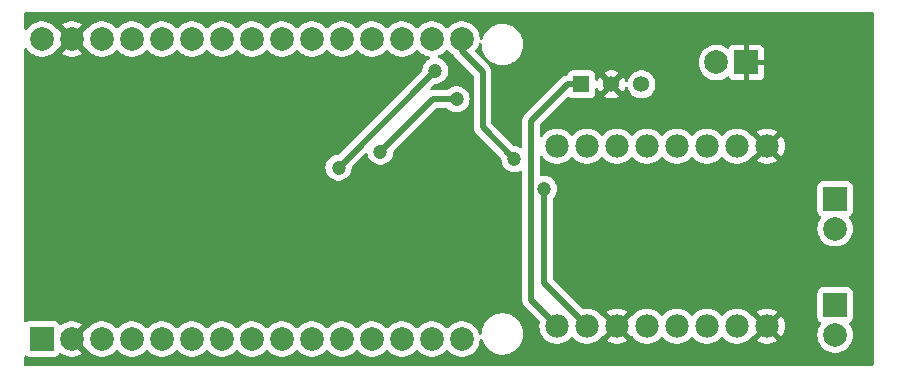
<source format=gbr>
%TF.GenerationSoftware,KiCad,Pcbnew,8.0.4*%
%TF.CreationDate,2025-02-11T11:06:45-05:00*%
%TF.ProjectId,plusle,706c7573-6c65-42e6-9b69-6361645f7063,rev?*%
%TF.SameCoordinates,Original*%
%TF.FileFunction,Copper,L2,Bot*%
%TF.FilePolarity,Positive*%
%FSLAX46Y46*%
G04 Gerber Fmt 4.6, Leading zero omitted, Abs format (unit mm)*
G04 Created by KiCad (PCBNEW 8.0.4) date 2025-02-11 11:06:45*
%MOMM*%
%LPD*%
G01*
G04 APERTURE LIST*
%TA.AperFunction,ComponentPad*%
%ADD10R,2.000000X2.000000*%
%TD*%
%TA.AperFunction,ComponentPad*%
%ADD11C,2.000000*%
%TD*%
%TA.AperFunction,ComponentPad*%
%ADD12R,1.358000X1.358000*%
%TD*%
%TA.AperFunction,ComponentPad*%
%ADD13C,1.358000*%
%TD*%
%TA.AperFunction,ComponentPad*%
%ADD14C,1.980000*%
%TD*%
%TA.AperFunction,ViaPad*%
%ADD15C,1.200000*%
%TD*%
%TA.AperFunction,Conductor*%
%ADD16C,0.500000*%
%TD*%
G04 APERTURE END LIST*
D10*
%TO.P,J2,1,Pin_1*%
%TO.N,Net-(J2-Pin_1)*%
X140650000Y-51825000D03*
D11*
%TO.P,J2,2,Pin_2*%
%TO.N,Net-(J2-Pin_2)*%
X140650000Y-54365000D03*
%TD*%
D10*
%TO.P,U1,1,3V3*%
%TO.N,+3.3V*%
X73485000Y-63700000D03*
D11*
%TO.P,U1,2,GND*%
%TO.N,GND*%
X76025000Y-63700000D03*
%TO.P,U1,3,D15*%
%TO.N,unconnected-(U1-D15-Pad3)*%
X78565000Y-63700000D03*
%TO.P,U1,4,D2*%
%TO.N,unconnected-(U1-D2-Pad4)*%
X81105000Y-63700000D03*
%TO.P,U1,5,D4*%
%TO.N,unconnected-(U1-D4-Pad5)*%
X83645000Y-63700000D03*
%TO.P,U1,6,RX2*%
%TO.N,unconnected-(U1-RX2-Pad6)*%
X86185000Y-63700000D03*
%TO.P,U1,7,TX2*%
%TO.N,unconnected-(U1-TX2-Pad7)*%
X88725000Y-63700000D03*
%TO.P,U1,8,D5*%
%TO.N,unconnected-(U1-D5-Pad8)*%
X91265000Y-63700000D03*
%TO.P,U1,9,D18*%
%TO.N,BIn1*%
X93805000Y-63700000D03*
%TO.P,U1,10,D19*%
%TO.N,BIn2*%
X96345000Y-63700000D03*
%TO.P,U1,11,D21*%
%TO.N,PWMB*%
X98885000Y-63700000D03*
%TO.P,U1,12,RX0*%
%TO.N,unconnected-(U1-RX0-Pad12)*%
X101425000Y-63700000D03*
%TO.P,U1,13,TX0*%
%TO.N,unconnected-(U1-TX0-Pad13)*%
X103965000Y-63700000D03*
%TO.P,U1,14,D22*%
%TO.N,unconnected-(U1-D22-Pad14)*%
X106505000Y-63700000D03*
%TO.P,U1,15,D23*%
%TO.N,unconnected-(U1-D23-Pad15)*%
X109045000Y-63700000D03*
%TO.P,U1,16,EN*%
%TO.N,+3.3V*%
X109045000Y-38300000D03*
%TO.P,U1,17,VP*%
%TO.N,unconnected-(U1-VP-Pad17)*%
X106505000Y-38300000D03*
%TO.P,U1,18,VN*%
%TO.N,unconnected-(U1-VN-Pad18)*%
X103965000Y-38300000D03*
%TO.P,U1,19,D34*%
%TO.N,unconnected-(U1-D34-Pad19)*%
X101425000Y-38300000D03*
%TO.P,U1,20,D35*%
%TO.N,unconnected-(U1-D35-Pad20)*%
X98885000Y-38300000D03*
%TO.P,U1,21,D32*%
%TO.N,unconnected-(U1-D32-Pad21)*%
X96345000Y-38300000D03*
%TO.P,U1,22,D33*%
%TO.N,unconnected-(U1-D33-Pad22)*%
X93805000Y-38300000D03*
%TO.P,U1,23,D25*%
%TO.N,AIn1*%
X91265000Y-38300000D03*
%TO.P,U1,24,D26*%
%TO.N,AIn2*%
X88725000Y-38300000D03*
%TO.P,U1,25,D27*%
%TO.N,PWMA*%
X86185000Y-38300000D03*
%TO.P,U1,26,D14*%
%TO.N,unconnected-(U1-D14-Pad26)*%
X83645000Y-38300000D03*
%TO.P,U1,27,D12*%
%TO.N,unconnected-(U1-D12-Pad27)*%
X81105000Y-38300000D03*
%TO.P,U1,28,D13*%
%TO.N,unconnected-(U1-D13-Pad28)*%
X78565000Y-38300000D03*
%TO.P,U1,29,GND*%
%TO.N,GND*%
X76025000Y-38300000D03*
%TO.P,U1,30,VIN*%
%TO.N,+5V*%
X73485000Y-38300000D03*
%TD*%
D12*
%TO.P,PS1,1,+VIN*%
%TO.N,+12V*%
X119172500Y-42150000D03*
D13*
%TO.P,PS1,2,GND*%
%TO.N,GND*%
X121712500Y-42150000D03*
%TO.P,PS1,3,+VOUT*%
%TO.N,+5V*%
X124252500Y-42150000D03*
%TD*%
D10*
%TO.P,J3,1,Pin_1*%
%TO.N,Net-(J3-Pin_1)*%
X140650000Y-60825000D03*
D11*
%TO.P,J3,2,Pin_2*%
%TO.N,Net-(J3-Pin_2)*%
X140650000Y-63365000D03*
%TD*%
D10*
%TO.P,J1,1,Pin_1*%
%TO.N,GND*%
X133140000Y-40300000D03*
D11*
%TO.P,J1,2,Pin_2*%
%TO.N,+12V*%
X130600000Y-40300000D03*
%TD*%
D14*
%TO.P,U2,1,VM*%
%TO.N,+12V*%
X117110000Y-62620000D03*
%TO.P,U2,2,VCC*%
%TO.N,+3.3V*%
X119650000Y-62620000D03*
%TO.P,U2,3,GND*%
%TO.N,GND*%
X122190000Y-62620000D03*
%TO.P,U2,4,A01*%
%TO.N,Net-(J2-Pin_1)*%
X124730000Y-62620000D03*
%TO.P,U2,5,A02*%
%TO.N,Net-(J2-Pin_2)*%
X127270000Y-62620000D03*
%TO.P,U2,6,B02*%
%TO.N,Net-(J3-Pin_2)*%
X129810000Y-62620000D03*
%TO.P,U2,7,B01*%
%TO.N,Net-(J3-Pin_1)*%
X132350000Y-62620000D03*
%TO.P,U2,8,GND*%
%TO.N,GND*%
X134890000Y-62620000D03*
%TO.P,U2,9,GND*%
X134890000Y-47380000D03*
%TO.P,U2,10,PWMB*%
%TO.N,PWMB*%
X132350000Y-47380000D03*
%TO.P,U2,11,BI2*%
%TO.N,BIn2*%
X129810000Y-47380000D03*
%TO.P,U2,12,BI1*%
%TO.N,BIn1*%
X127270000Y-47380000D03*
%TO.P,U2,13,STBY*%
%TO.N,+3.3V*%
X124730000Y-47380000D03*
%TO.P,U2,14,AI1*%
%TO.N,AIn1*%
X122190000Y-47380000D03*
%TO.P,U2,15,AI2*%
%TO.N,AIn2*%
X119650000Y-47380000D03*
%TO.P,U2,16,PWMA*%
%TO.N,PWMA*%
X117110000Y-47380000D03*
%TD*%
D15*
%TO.N,+5V*%
X102150000Y-47850000D03*
X108600000Y-43400000D03*
%TO.N,+3.3V*%
X98600000Y-49200000D03*
X116000000Y-51000000D03*
X106800000Y-41000000D03*
X113500000Y-48500000D03*
%TD*%
D16*
%TO.N,+12V*%
X119172500Y-42150000D02*
X117993500Y-42150000D01*
X117993500Y-42150000D02*
X114900000Y-45243500D01*
X114900000Y-45243500D02*
X114900000Y-60410000D01*
X114900000Y-60410000D02*
X117110000Y-62620000D01*
%TO.N,+5V*%
X106600000Y-43400000D02*
X108600000Y-43400000D01*
X102150000Y-47850000D02*
X106600000Y-43400000D01*
%TO.N,+3.3V*%
X106800000Y-41000000D02*
X98600000Y-49200000D01*
X110800000Y-45800000D02*
X110800000Y-41100000D01*
X116000000Y-58970000D02*
X116000000Y-51000000D01*
X119650000Y-62620000D02*
X116000000Y-58970000D01*
X109045000Y-39345000D02*
X109045000Y-38300000D01*
X110800000Y-41100000D02*
X109045000Y-39345000D01*
X113500000Y-48500000D02*
X110800000Y-45800000D01*
%TD*%
%TA.AperFunction,Conductor*%
%TO.N,GND*%
G36*
X143842539Y-36020185D02*
G01*
X143888294Y-36072989D01*
X143899500Y-36124500D01*
X143899500Y-65875500D01*
X143879815Y-65942539D01*
X143827011Y-65988294D01*
X143775500Y-65999500D01*
X72124500Y-65999500D01*
X72057461Y-65979815D01*
X72011706Y-65927011D01*
X72000500Y-65875500D01*
X72000500Y-65210230D01*
X72020185Y-65143191D01*
X72072989Y-65097436D01*
X72142147Y-65087492D01*
X72198810Y-65110963D01*
X72241861Y-65143191D01*
X72242668Y-65143795D01*
X72242671Y-65143797D01*
X72377517Y-65194091D01*
X72377516Y-65194091D01*
X72384444Y-65194835D01*
X72437127Y-65200500D01*
X74532872Y-65200499D01*
X74592483Y-65194091D01*
X74727331Y-65143796D01*
X74842546Y-65057546D01*
X74928796Y-64942331D01*
X74928797Y-64942326D01*
X74933047Y-64934546D01*
X74936135Y-64936232D01*
X74967873Y-64893790D01*
X75033324Y-64869339D01*
X75101605Y-64884155D01*
X75118398Y-64895165D01*
X75201768Y-64960055D01*
X75201771Y-64960057D01*
X75420385Y-65078364D01*
X75420396Y-65078369D01*
X75655506Y-65159083D01*
X75900707Y-65200000D01*
X76149293Y-65200000D01*
X76394493Y-65159083D01*
X76629603Y-65078369D01*
X76629614Y-65078364D01*
X76848228Y-64960057D01*
X76848231Y-64960055D01*
X76895056Y-64923609D01*
X76162575Y-64191128D01*
X76221853Y-64175245D01*
X76338147Y-64108102D01*
X76433102Y-64013147D01*
X76500245Y-63896853D01*
X76516128Y-63837575D01*
X77248434Y-64569882D01*
X77259861Y-64568697D01*
X77328573Y-64581360D01*
X77373092Y-64621194D01*
X77373683Y-64620735D01*
X77376218Y-64623992D01*
X77376456Y-64624205D01*
X77376831Y-64624780D01*
X77376836Y-64624785D01*
X77545256Y-64807738D01*
X77741491Y-64960474D01*
X77741493Y-64960475D01*
X77959332Y-65078364D01*
X77960190Y-65078828D01*
X78147673Y-65143191D01*
X78193964Y-65159083D01*
X78195386Y-65159571D01*
X78440665Y-65200500D01*
X78689335Y-65200500D01*
X78934614Y-65159571D01*
X79169810Y-65078828D01*
X79388509Y-64960474D01*
X79584744Y-64807738D01*
X79743771Y-64634988D01*
X79803657Y-64598999D01*
X79873495Y-64601099D01*
X79926228Y-64634988D01*
X80085256Y-64807738D01*
X80281491Y-64960474D01*
X80281493Y-64960475D01*
X80499332Y-65078364D01*
X80500190Y-65078828D01*
X80687673Y-65143191D01*
X80733964Y-65159083D01*
X80735386Y-65159571D01*
X80980665Y-65200500D01*
X81229335Y-65200500D01*
X81474614Y-65159571D01*
X81709810Y-65078828D01*
X81928509Y-64960474D01*
X82124744Y-64807738D01*
X82283771Y-64634988D01*
X82343657Y-64598999D01*
X82413495Y-64601099D01*
X82466228Y-64634988D01*
X82625256Y-64807738D01*
X82821491Y-64960474D01*
X82821493Y-64960475D01*
X83039332Y-65078364D01*
X83040190Y-65078828D01*
X83227673Y-65143191D01*
X83273964Y-65159083D01*
X83275386Y-65159571D01*
X83520665Y-65200500D01*
X83769335Y-65200500D01*
X84014614Y-65159571D01*
X84249810Y-65078828D01*
X84468509Y-64960474D01*
X84664744Y-64807738D01*
X84823771Y-64634988D01*
X84883657Y-64598999D01*
X84953495Y-64601099D01*
X85006228Y-64634988D01*
X85165256Y-64807738D01*
X85361491Y-64960474D01*
X85361493Y-64960475D01*
X85579332Y-65078364D01*
X85580190Y-65078828D01*
X85767673Y-65143191D01*
X85813964Y-65159083D01*
X85815386Y-65159571D01*
X86060665Y-65200500D01*
X86309335Y-65200500D01*
X86554614Y-65159571D01*
X86789810Y-65078828D01*
X87008509Y-64960474D01*
X87204744Y-64807738D01*
X87363771Y-64634988D01*
X87423657Y-64598999D01*
X87493495Y-64601099D01*
X87546228Y-64634988D01*
X87705256Y-64807738D01*
X87901491Y-64960474D01*
X87901493Y-64960475D01*
X88119332Y-65078364D01*
X88120190Y-65078828D01*
X88307673Y-65143191D01*
X88353964Y-65159083D01*
X88355386Y-65159571D01*
X88600665Y-65200500D01*
X88849335Y-65200500D01*
X89094614Y-65159571D01*
X89329810Y-65078828D01*
X89548509Y-64960474D01*
X89744744Y-64807738D01*
X89903771Y-64634988D01*
X89963657Y-64598999D01*
X90033495Y-64601099D01*
X90086228Y-64634988D01*
X90245256Y-64807738D01*
X90441491Y-64960474D01*
X90441493Y-64960475D01*
X90659332Y-65078364D01*
X90660190Y-65078828D01*
X90847673Y-65143191D01*
X90893964Y-65159083D01*
X90895386Y-65159571D01*
X91140665Y-65200500D01*
X91389335Y-65200500D01*
X91634614Y-65159571D01*
X91869810Y-65078828D01*
X92088509Y-64960474D01*
X92284744Y-64807738D01*
X92443771Y-64634988D01*
X92503657Y-64598999D01*
X92573495Y-64601099D01*
X92626228Y-64634988D01*
X92785256Y-64807738D01*
X92981491Y-64960474D01*
X92981493Y-64960475D01*
X93199332Y-65078364D01*
X93200190Y-65078828D01*
X93387673Y-65143191D01*
X93433964Y-65159083D01*
X93435386Y-65159571D01*
X93680665Y-65200500D01*
X93929335Y-65200500D01*
X94174614Y-65159571D01*
X94409810Y-65078828D01*
X94628509Y-64960474D01*
X94824744Y-64807738D01*
X94983771Y-64634988D01*
X95043657Y-64598999D01*
X95113495Y-64601099D01*
X95166228Y-64634988D01*
X95325256Y-64807738D01*
X95521491Y-64960474D01*
X95521493Y-64960475D01*
X95739332Y-65078364D01*
X95740190Y-65078828D01*
X95927673Y-65143191D01*
X95973964Y-65159083D01*
X95975386Y-65159571D01*
X96220665Y-65200500D01*
X96469335Y-65200500D01*
X96714614Y-65159571D01*
X96949810Y-65078828D01*
X97168509Y-64960474D01*
X97364744Y-64807738D01*
X97523771Y-64634988D01*
X97583657Y-64598999D01*
X97653495Y-64601099D01*
X97706228Y-64634988D01*
X97865256Y-64807738D01*
X98061491Y-64960474D01*
X98061493Y-64960475D01*
X98279332Y-65078364D01*
X98280190Y-65078828D01*
X98467673Y-65143191D01*
X98513964Y-65159083D01*
X98515386Y-65159571D01*
X98760665Y-65200500D01*
X99009335Y-65200500D01*
X99254614Y-65159571D01*
X99489810Y-65078828D01*
X99708509Y-64960474D01*
X99904744Y-64807738D01*
X100063771Y-64634988D01*
X100123657Y-64598999D01*
X100193495Y-64601099D01*
X100246228Y-64634988D01*
X100405256Y-64807738D01*
X100601491Y-64960474D01*
X100601493Y-64960475D01*
X100819332Y-65078364D01*
X100820190Y-65078828D01*
X101007673Y-65143191D01*
X101053964Y-65159083D01*
X101055386Y-65159571D01*
X101300665Y-65200500D01*
X101549335Y-65200500D01*
X101794614Y-65159571D01*
X102029810Y-65078828D01*
X102248509Y-64960474D01*
X102444744Y-64807738D01*
X102603771Y-64634988D01*
X102663657Y-64598999D01*
X102733495Y-64601099D01*
X102786228Y-64634988D01*
X102945256Y-64807738D01*
X103141491Y-64960474D01*
X103141493Y-64960475D01*
X103359332Y-65078364D01*
X103360190Y-65078828D01*
X103547673Y-65143191D01*
X103593964Y-65159083D01*
X103595386Y-65159571D01*
X103840665Y-65200500D01*
X104089335Y-65200500D01*
X104334614Y-65159571D01*
X104569810Y-65078828D01*
X104788509Y-64960474D01*
X104984744Y-64807738D01*
X105143771Y-64634988D01*
X105203657Y-64598999D01*
X105273495Y-64601099D01*
X105326228Y-64634988D01*
X105485256Y-64807738D01*
X105681491Y-64960474D01*
X105681493Y-64960475D01*
X105899332Y-65078364D01*
X105900190Y-65078828D01*
X106087673Y-65143191D01*
X106133964Y-65159083D01*
X106135386Y-65159571D01*
X106380665Y-65200500D01*
X106629335Y-65200500D01*
X106874614Y-65159571D01*
X107109810Y-65078828D01*
X107328509Y-64960474D01*
X107524744Y-64807738D01*
X107683771Y-64634988D01*
X107743657Y-64598999D01*
X107813495Y-64601099D01*
X107866228Y-64634988D01*
X108025256Y-64807738D01*
X108221491Y-64960474D01*
X108221493Y-64960475D01*
X108439332Y-65078364D01*
X108440190Y-65078828D01*
X108627673Y-65143191D01*
X108673964Y-65159083D01*
X108675386Y-65159571D01*
X108920665Y-65200500D01*
X109169335Y-65200500D01*
X109414614Y-65159571D01*
X109649810Y-65078828D01*
X109868509Y-64960474D01*
X110064744Y-64807738D01*
X110233164Y-64624785D01*
X110369173Y-64416607D01*
X110469063Y-64188881D01*
X110530108Y-63947821D01*
X110530109Y-63947812D01*
X110544842Y-63770013D01*
X110569995Y-63704828D01*
X110626397Y-63663590D01*
X110696140Y-63659392D01*
X110757082Y-63693566D01*
X110788191Y-63748157D01*
X110793279Y-63767143D01*
X110813842Y-63843887D01*
X110901650Y-64055876D01*
X110901657Y-64055890D01*
X111016392Y-64254617D01*
X111156081Y-64436661D01*
X111156089Y-64436670D01*
X111318330Y-64598911D01*
X111318338Y-64598918D01*
X111318339Y-64598919D01*
X111352044Y-64624782D01*
X111500382Y-64738607D01*
X111500385Y-64738608D01*
X111500388Y-64738611D01*
X111699112Y-64853344D01*
X111699117Y-64853346D01*
X111699123Y-64853349D01*
X111737727Y-64869339D01*
X111911113Y-64941158D01*
X112132762Y-65000548D01*
X112360266Y-65030500D01*
X112360273Y-65030500D01*
X112589727Y-65030500D01*
X112589734Y-65030500D01*
X112817238Y-65000548D01*
X113038887Y-64941158D01*
X113250888Y-64853344D01*
X113449612Y-64738611D01*
X113631661Y-64598919D01*
X113631665Y-64598914D01*
X113631670Y-64598911D01*
X113793911Y-64436670D01*
X113793914Y-64436665D01*
X113793919Y-64436661D01*
X113933611Y-64254612D01*
X114048344Y-64055888D01*
X114136158Y-63843887D01*
X114195548Y-63622238D01*
X114225500Y-63394734D01*
X114225500Y-63165266D01*
X114195548Y-62937762D01*
X114136158Y-62716113D01*
X114059265Y-62530477D01*
X114048349Y-62504123D01*
X114048346Y-62504117D01*
X114048344Y-62504112D01*
X113933611Y-62305388D01*
X113933608Y-62305385D01*
X113933607Y-62305382D01*
X113793918Y-62123338D01*
X113793911Y-62123330D01*
X113631670Y-61961089D01*
X113631661Y-61961081D01*
X113449617Y-61821392D01*
X113250890Y-61706657D01*
X113250876Y-61706650D01*
X113038887Y-61618842D01*
X112817238Y-61559452D01*
X112779215Y-61554446D01*
X112589741Y-61529500D01*
X112589734Y-61529500D01*
X112360266Y-61529500D01*
X112360258Y-61529500D01*
X112143715Y-61558009D01*
X112132762Y-61559452D01*
X112039076Y-61584554D01*
X111911112Y-61618842D01*
X111699123Y-61706650D01*
X111699109Y-61706657D01*
X111500382Y-61821392D01*
X111318338Y-61961081D01*
X111156081Y-62123338D01*
X111016392Y-62305382D01*
X110901657Y-62504109D01*
X110901650Y-62504123D01*
X110813842Y-62716112D01*
X110754453Y-62937759D01*
X110754451Y-62937770D01*
X110724500Y-63165258D01*
X110724500Y-63225028D01*
X110704815Y-63292067D01*
X110652011Y-63337822D01*
X110582853Y-63347766D01*
X110519297Y-63318741D01*
X110481523Y-63259963D01*
X110480294Y-63255469D01*
X110469062Y-63211117D01*
X110427860Y-63117187D01*
X110369173Y-62983393D01*
X110292587Y-62866169D01*
X110233166Y-62775217D01*
X110150119Y-62685004D01*
X110064744Y-62592262D01*
X109868509Y-62439526D01*
X109868507Y-62439525D01*
X109868506Y-62439524D01*
X109649811Y-62321172D01*
X109649802Y-62321169D01*
X109414616Y-62240429D01*
X109169335Y-62199500D01*
X108920665Y-62199500D01*
X108675383Y-62240429D01*
X108440197Y-62321169D01*
X108440188Y-62321172D01*
X108221493Y-62439524D01*
X108025257Y-62592261D01*
X107866230Y-62765010D01*
X107806342Y-62801001D01*
X107736504Y-62798900D01*
X107683770Y-62765010D01*
X107610119Y-62685004D01*
X107524744Y-62592262D01*
X107328509Y-62439526D01*
X107328507Y-62439525D01*
X107328506Y-62439524D01*
X107109811Y-62321172D01*
X107109802Y-62321169D01*
X106874616Y-62240429D01*
X106629335Y-62199500D01*
X106380665Y-62199500D01*
X106135383Y-62240429D01*
X105900197Y-62321169D01*
X105900188Y-62321172D01*
X105681493Y-62439524D01*
X105485257Y-62592261D01*
X105326230Y-62765010D01*
X105266342Y-62801001D01*
X105196504Y-62798900D01*
X105143770Y-62765010D01*
X105070119Y-62685004D01*
X104984744Y-62592262D01*
X104788509Y-62439526D01*
X104788507Y-62439525D01*
X104788506Y-62439524D01*
X104569811Y-62321172D01*
X104569802Y-62321169D01*
X104334616Y-62240429D01*
X104089335Y-62199500D01*
X103840665Y-62199500D01*
X103595383Y-62240429D01*
X103360197Y-62321169D01*
X103360188Y-62321172D01*
X103141493Y-62439524D01*
X102945257Y-62592261D01*
X102786230Y-62765010D01*
X102726342Y-62801001D01*
X102656504Y-62798900D01*
X102603770Y-62765010D01*
X102530119Y-62685004D01*
X102444744Y-62592262D01*
X102248509Y-62439526D01*
X102248507Y-62439525D01*
X102248506Y-62439524D01*
X102029811Y-62321172D01*
X102029802Y-62321169D01*
X101794616Y-62240429D01*
X101549335Y-62199500D01*
X101300665Y-62199500D01*
X101055383Y-62240429D01*
X100820197Y-62321169D01*
X100820188Y-62321172D01*
X100601493Y-62439524D01*
X100405257Y-62592261D01*
X100246230Y-62765010D01*
X100186342Y-62801001D01*
X100116504Y-62798900D01*
X100063770Y-62765010D01*
X99990119Y-62685004D01*
X99904744Y-62592262D01*
X99708509Y-62439526D01*
X99708507Y-62439525D01*
X99708506Y-62439524D01*
X99489811Y-62321172D01*
X99489802Y-62321169D01*
X99254616Y-62240429D01*
X99009335Y-62199500D01*
X98760665Y-62199500D01*
X98515383Y-62240429D01*
X98280197Y-62321169D01*
X98280188Y-62321172D01*
X98061493Y-62439524D01*
X97865257Y-62592261D01*
X97706230Y-62765010D01*
X97646342Y-62801001D01*
X97576504Y-62798900D01*
X97523770Y-62765010D01*
X97450119Y-62685004D01*
X97364744Y-62592262D01*
X97168509Y-62439526D01*
X97168507Y-62439525D01*
X97168506Y-62439524D01*
X96949811Y-62321172D01*
X96949802Y-62321169D01*
X96714616Y-62240429D01*
X96469335Y-62199500D01*
X96220665Y-62199500D01*
X95975383Y-62240429D01*
X95740197Y-62321169D01*
X95740188Y-62321172D01*
X95521493Y-62439524D01*
X95325257Y-62592261D01*
X95166230Y-62765010D01*
X95106342Y-62801001D01*
X95036504Y-62798900D01*
X94983770Y-62765010D01*
X94910119Y-62685004D01*
X94824744Y-62592262D01*
X94628509Y-62439526D01*
X94628507Y-62439525D01*
X94628506Y-62439524D01*
X94409811Y-62321172D01*
X94409802Y-62321169D01*
X94174616Y-62240429D01*
X93929335Y-62199500D01*
X93680665Y-62199500D01*
X93435383Y-62240429D01*
X93200197Y-62321169D01*
X93200188Y-62321172D01*
X92981493Y-62439524D01*
X92785257Y-62592261D01*
X92626230Y-62765010D01*
X92566342Y-62801001D01*
X92496504Y-62798900D01*
X92443770Y-62765010D01*
X92370119Y-62685004D01*
X92284744Y-62592262D01*
X92088509Y-62439526D01*
X92088507Y-62439525D01*
X92088506Y-62439524D01*
X91869811Y-62321172D01*
X91869802Y-62321169D01*
X91634616Y-62240429D01*
X91389335Y-62199500D01*
X91140665Y-62199500D01*
X90895383Y-62240429D01*
X90660197Y-62321169D01*
X90660188Y-62321172D01*
X90441493Y-62439524D01*
X90245257Y-62592261D01*
X90086230Y-62765010D01*
X90026342Y-62801001D01*
X89956504Y-62798900D01*
X89903770Y-62765010D01*
X89830119Y-62685004D01*
X89744744Y-62592262D01*
X89548509Y-62439526D01*
X89548507Y-62439525D01*
X89548506Y-62439524D01*
X89329811Y-62321172D01*
X89329802Y-62321169D01*
X89094616Y-62240429D01*
X88849335Y-62199500D01*
X88600665Y-62199500D01*
X88355383Y-62240429D01*
X88120197Y-62321169D01*
X88120188Y-62321172D01*
X87901493Y-62439524D01*
X87705257Y-62592261D01*
X87546230Y-62765010D01*
X87486342Y-62801001D01*
X87416504Y-62798900D01*
X87363770Y-62765010D01*
X87290119Y-62685004D01*
X87204744Y-62592262D01*
X87008509Y-62439526D01*
X87008507Y-62439525D01*
X87008506Y-62439524D01*
X86789811Y-62321172D01*
X86789802Y-62321169D01*
X86554616Y-62240429D01*
X86309335Y-62199500D01*
X86060665Y-62199500D01*
X85815383Y-62240429D01*
X85580197Y-62321169D01*
X85580188Y-62321172D01*
X85361493Y-62439524D01*
X85165257Y-62592261D01*
X85006230Y-62765010D01*
X84946342Y-62801001D01*
X84876504Y-62798900D01*
X84823770Y-62765010D01*
X84750119Y-62685004D01*
X84664744Y-62592262D01*
X84468509Y-62439526D01*
X84468507Y-62439525D01*
X84468506Y-62439524D01*
X84249811Y-62321172D01*
X84249802Y-62321169D01*
X84014616Y-62240429D01*
X83769335Y-62199500D01*
X83520665Y-62199500D01*
X83275383Y-62240429D01*
X83040197Y-62321169D01*
X83040188Y-62321172D01*
X82821493Y-62439524D01*
X82625257Y-62592261D01*
X82466230Y-62765010D01*
X82406342Y-62801001D01*
X82336504Y-62798900D01*
X82283770Y-62765010D01*
X82210119Y-62685004D01*
X82124744Y-62592262D01*
X81928509Y-62439526D01*
X81928507Y-62439525D01*
X81928506Y-62439524D01*
X81709811Y-62321172D01*
X81709802Y-62321169D01*
X81474616Y-62240429D01*
X81229335Y-62199500D01*
X80980665Y-62199500D01*
X80735383Y-62240429D01*
X80500197Y-62321169D01*
X80500188Y-62321172D01*
X80281493Y-62439524D01*
X80085257Y-62592261D01*
X79926230Y-62765010D01*
X79866342Y-62801001D01*
X79796504Y-62798900D01*
X79743770Y-62765010D01*
X79670119Y-62685004D01*
X79584744Y-62592262D01*
X79388509Y-62439526D01*
X79388507Y-62439525D01*
X79388506Y-62439524D01*
X79169811Y-62321172D01*
X79169802Y-62321169D01*
X78934616Y-62240429D01*
X78689335Y-62199500D01*
X78440665Y-62199500D01*
X78195383Y-62240429D01*
X77960197Y-62321169D01*
X77960188Y-62321172D01*
X77741493Y-62439524D01*
X77545257Y-62592261D01*
X77376837Y-62775213D01*
X77376829Y-62775224D01*
X77376455Y-62775797D01*
X77376242Y-62775978D01*
X77373690Y-62779258D01*
X77373014Y-62778732D01*
X77323304Y-62821147D01*
X77259865Y-62831302D01*
X77248434Y-62830116D01*
X76516127Y-63562423D01*
X76500245Y-63503147D01*
X76433102Y-63386853D01*
X76338147Y-63291898D01*
X76221853Y-63224755D01*
X76162574Y-63208871D01*
X76895057Y-62476389D01*
X76848229Y-62439943D01*
X76629614Y-62321635D01*
X76629603Y-62321630D01*
X76394493Y-62240916D01*
X76149293Y-62200000D01*
X75900707Y-62200000D01*
X75655506Y-62240916D01*
X75420396Y-62321630D01*
X75420385Y-62321635D01*
X75201771Y-62439942D01*
X75201769Y-62439943D01*
X75118397Y-62504835D01*
X75053403Y-62530477D01*
X74984863Y-62516910D01*
X74934538Y-62468442D01*
X74933120Y-62465413D01*
X74933047Y-62465454D01*
X74928793Y-62457664D01*
X74842547Y-62342455D01*
X74842544Y-62342452D01*
X74727335Y-62256206D01*
X74727328Y-62256202D01*
X74592482Y-62205908D01*
X74592483Y-62205908D01*
X74532883Y-62199501D01*
X74532881Y-62199500D01*
X74532873Y-62199500D01*
X74532864Y-62199500D01*
X72437129Y-62199500D01*
X72437123Y-62199501D01*
X72377516Y-62205908D01*
X72242671Y-62256202D01*
X72242668Y-62256204D01*
X72198811Y-62289036D01*
X72133347Y-62313453D01*
X72065074Y-62298601D01*
X72015668Y-62249196D01*
X72000500Y-62189769D01*
X72000500Y-39187717D01*
X72020185Y-39120678D01*
X72072989Y-39074923D01*
X72142147Y-39064979D01*
X72205703Y-39094004D01*
X72228309Y-39119896D01*
X72296833Y-39224782D01*
X72296836Y-39224785D01*
X72465256Y-39407738D01*
X72661491Y-39560474D01*
X72703842Y-39583393D01*
X72879332Y-39678364D01*
X72880190Y-39678828D01*
X73009476Y-39723212D01*
X73113964Y-39759083D01*
X73115386Y-39759571D01*
X73360665Y-39800500D01*
X73609335Y-39800500D01*
X73854614Y-39759571D01*
X74089810Y-39678828D01*
X74308509Y-39560474D01*
X74504744Y-39407738D01*
X74673164Y-39224785D01*
X74673533Y-39224219D01*
X74673745Y-39224038D01*
X74676322Y-39220729D01*
X74677002Y-39221258D01*
X74726676Y-39178860D01*
X74790138Y-39168697D01*
X74801564Y-39169882D01*
X75533871Y-38437575D01*
X75549755Y-38496853D01*
X75616898Y-38613147D01*
X75711853Y-38708102D01*
X75828147Y-38775245D01*
X75887424Y-38791128D01*
X75154942Y-39523609D01*
X75201768Y-39560055D01*
X75201770Y-39560056D01*
X75420385Y-39678364D01*
X75420396Y-39678369D01*
X75655506Y-39759083D01*
X75900707Y-39800000D01*
X76149293Y-39800000D01*
X76394493Y-39759083D01*
X76629603Y-39678369D01*
X76629614Y-39678364D01*
X76848228Y-39560057D01*
X76848231Y-39560055D01*
X76895056Y-39523609D01*
X76162575Y-38791128D01*
X76221853Y-38775245D01*
X76338147Y-38708102D01*
X76433102Y-38613147D01*
X76500245Y-38496853D01*
X76516128Y-38437575D01*
X77248434Y-39169882D01*
X77259861Y-39168697D01*
X77328573Y-39181360D01*
X77373092Y-39221194D01*
X77373683Y-39220735D01*
X77376218Y-39223992D01*
X77376456Y-39224205D01*
X77376831Y-39224780D01*
X77376836Y-39224785D01*
X77545256Y-39407738D01*
X77741491Y-39560474D01*
X77783842Y-39583393D01*
X77959332Y-39678364D01*
X77960190Y-39678828D01*
X78089476Y-39723212D01*
X78193964Y-39759083D01*
X78195386Y-39759571D01*
X78440665Y-39800500D01*
X78689335Y-39800500D01*
X78934614Y-39759571D01*
X79169810Y-39678828D01*
X79388509Y-39560474D01*
X79584744Y-39407738D01*
X79743771Y-39234988D01*
X79803657Y-39198999D01*
X79873495Y-39201099D01*
X79926228Y-39234988D01*
X80085256Y-39407738D01*
X80281491Y-39560474D01*
X80323842Y-39583393D01*
X80499332Y-39678364D01*
X80500190Y-39678828D01*
X80629476Y-39723212D01*
X80733964Y-39759083D01*
X80735386Y-39759571D01*
X80980665Y-39800500D01*
X81229335Y-39800500D01*
X81474614Y-39759571D01*
X81709810Y-39678828D01*
X81928509Y-39560474D01*
X82124744Y-39407738D01*
X82283771Y-39234988D01*
X82343657Y-39198999D01*
X82413495Y-39201099D01*
X82466228Y-39234988D01*
X82625256Y-39407738D01*
X82821491Y-39560474D01*
X82863842Y-39583393D01*
X83039332Y-39678364D01*
X83040190Y-39678828D01*
X83169476Y-39723212D01*
X83273964Y-39759083D01*
X83275386Y-39759571D01*
X83520665Y-39800500D01*
X83769335Y-39800500D01*
X84014614Y-39759571D01*
X84249810Y-39678828D01*
X84468509Y-39560474D01*
X84664744Y-39407738D01*
X84823771Y-39234988D01*
X84883657Y-39198999D01*
X84953495Y-39201099D01*
X85006228Y-39234988D01*
X85165256Y-39407738D01*
X85361491Y-39560474D01*
X85403842Y-39583393D01*
X85579332Y-39678364D01*
X85580190Y-39678828D01*
X85709476Y-39723212D01*
X85813964Y-39759083D01*
X85815386Y-39759571D01*
X86060665Y-39800500D01*
X86309335Y-39800500D01*
X86554614Y-39759571D01*
X86789810Y-39678828D01*
X87008509Y-39560474D01*
X87204744Y-39407738D01*
X87363771Y-39234988D01*
X87423657Y-39198999D01*
X87493495Y-39201099D01*
X87546228Y-39234988D01*
X87705256Y-39407738D01*
X87901491Y-39560474D01*
X87943842Y-39583393D01*
X88119332Y-39678364D01*
X88120190Y-39678828D01*
X88249476Y-39723212D01*
X88353964Y-39759083D01*
X88355386Y-39759571D01*
X88600665Y-39800500D01*
X88849335Y-39800500D01*
X89094614Y-39759571D01*
X89329810Y-39678828D01*
X89548509Y-39560474D01*
X89744744Y-39407738D01*
X89903771Y-39234988D01*
X89963657Y-39198999D01*
X90033495Y-39201099D01*
X90086228Y-39234988D01*
X90245256Y-39407738D01*
X90441491Y-39560474D01*
X90483842Y-39583393D01*
X90659332Y-39678364D01*
X90660190Y-39678828D01*
X90789476Y-39723212D01*
X90893964Y-39759083D01*
X90895386Y-39759571D01*
X91140665Y-39800500D01*
X91389335Y-39800500D01*
X91634614Y-39759571D01*
X91869810Y-39678828D01*
X92088509Y-39560474D01*
X92284744Y-39407738D01*
X92443771Y-39234988D01*
X92503657Y-39198999D01*
X92573495Y-39201099D01*
X92626228Y-39234988D01*
X92785256Y-39407738D01*
X92981491Y-39560474D01*
X93023842Y-39583393D01*
X93199332Y-39678364D01*
X93200190Y-39678828D01*
X93329476Y-39723212D01*
X93433964Y-39759083D01*
X93435386Y-39759571D01*
X93680665Y-39800500D01*
X93929335Y-39800500D01*
X94174614Y-39759571D01*
X94409810Y-39678828D01*
X94628509Y-39560474D01*
X94824744Y-39407738D01*
X94983771Y-39234988D01*
X95043657Y-39198999D01*
X95113495Y-39201099D01*
X95166228Y-39234988D01*
X95325256Y-39407738D01*
X95521491Y-39560474D01*
X95563842Y-39583393D01*
X95739332Y-39678364D01*
X95740190Y-39678828D01*
X95869476Y-39723212D01*
X95973964Y-39759083D01*
X95975386Y-39759571D01*
X96220665Y-39800500D01*
X96469335Y-39800500D01*
X96714614Y-39759571D01*
X96949810Y-39678828D01*
X97168509Y-39560474D01*
X97364744Y-39407738D01*
X97523771Y-39234988D01*
X97583657Y-39198999D01*
X97653495Y-39201099D01*
X97706228Y-39234988D01*
X97865256Y-39407738D01*
X98061491Y-39560474D01*
X98103842Y-39583393D01*
X98279332Y-39678364D01*
X98280190Y-39678828D01*
X98409476Y-39723212D01*
X98513964Y-39759083D01*
X98515386Y-39759571D01*
X98760665Y-39800500D01*
X99009335Y-39800500D01*
X99254614Y-39759571D01*
X99489810Y-39678828D01*
X99708509Y-39560474D01*
X99904744Y-39407738D01*
X100063771Y-39234988D01*
X100123657Y-39198999D01*
X100193495Y-39201099D01*
X100246228Y-39234988D01*
X100405256Y-39407738D01*
X100601491Y-39560474D01*
X100643842Y-39583393D01*
X100819332Y-39678364D01*
X100820190Y-39678828D01*
X100949476Y-39723212D01*
X101053964Y-39759083D01*
X101055386Y-39759571D01*
X101300665Y-39800500D01*
X101549335Y-39800500D01*
X101794614Y-39759571D01*
X102029810Y-39678828D01*
X102248509Y-39560474D01*
X102444744Y-39407738D01*
X102603771Y-39234988D01*
X102663657Y-39198999D01*
X102733495Y-39201099D01*
X102786228Y-39234988D01*
X102945256Y-39407738D01*
X103141491Y-39560474D01*
X103183842Y-39583393D01*
X103359332Y-39678364D01*
X103360190Y-39678828D01*
X103489476Y-39723212D01*
X103593964Y-39759083D01*
X103595386Y-39759571D01*
X103840665Y-39800500D01*
X104089335Y-39800500D01*
X104334614Y-39759571D01*
X104569810Y-39678828D01*
X104788509Y-39560474D01*
X104984744Y-39407738D01*
X105143771Y-39234988D01*
X105203657Y-39198999D01*
X105273495Y-39201099D01*
X105326228Y-39234988D01*
X105485256Y-39407738D01*
X105681491Y-39560474D01*
X105723842Y-39583393D01*
X105899332Y-39678364D01*
X105900190Y-39678828D01*
X106029476Y-39723212D01*
X106133964Y-39759083D01*
X106135386Y-39759571D01*
X106265211Y-39781234D01*
X106328095Y-39811684D01*
X106364535Y-39871299D01*
X106362961Y-39941150D01*
X106323871Y-39999062D01*
X106310079Y-40008970D01*
X106133957Y-40118020D01*
X105983237Y-40255418D01*
X105860327Y-40418178D01*
X105769422Y-40600739D01*
X105769417Y-40600752D01*
X105713603Y-40796917D01*
X105694437Y-41003745D01*
X105668651Y-41068682D01*
X105658647Y-41079984D01*
X98675451Y-48063181D01*
X98614128Y-48096666D01*
X98587770Y-48099500D01*
X98498024Y-48099500D01*
X98297544Y-48136976D01*
X98297541Y-48136976D01*
X98297541Y-48136977D01*
X98107364Y-48210651D01*
X98107357Y-48210655D01*
X97933960Y-48318017D01*
X97933958Y-48318019D01*
X97783237Y-48455418D01*
X97660327Y-48618178D01*
X97569422Y-48800739D01*
X97569417Y-48800752D01*
X97513602Y-48996917D01*
X97494785Y-49199999D01*
X97494785Y-49200000D01*
X97513602Y-49403082D01*
X97569417Y-49599247D01*
X97569422Y-49599260D01*
X97660327Y-49781821D01*
X97783237Y-49944581D01*
X97933958Y-50081980D01*
X97933960Y-50081982D01*
X97992159Y-50118017D01*
X98107363Y-50189348D01*
X98297544Y-50263024D01*
X98498024Y-50300500D01*
X98498026Y-50300500D01*
X98701974Y-50300500D01*
X98701976Y-50300500D01*
X98902456Y-50263024D01*
X99092637Y-50189348D01*
X99266041Y-50081981D01*
X99416764Y-49944579D01*
X99539673Y-49781821D01*
X99630582Y-49599250D01*
X99686397Y-49403083D01*
X99705215Y-49200000D01*
X99705214Y-49199999D01*
X99705562Y-49196254D01*
X99731348Y-49131317D01*
X99741344Y-49120022D01*
X100857848Y-48003518D01*
X100919169Y-47970035D01*
X100988861Y-47975019D01*
X101044794Y-48016891D01*
X101064793Y-48057266D01*
X101119417Y-48249247D01*
X101119422Y-48249260D01*
X101210327Y-48431821D01*
X101333237Y-48594581D01*
X101483958Y-48731980D01*
X101483960Y-48731982D01*
X101511733Y-48749178D01*
X101657363Y-48839348D01*
X101847544Y-48913024D01*
X102048024Y-48950500D01*
X102048026Y-48950500D01*
X102251974Y-48950500D01*
X102251976Y-48950500D01*
X102452456Y-48913024D01*
X102642637Y-48839348D01*
X102816041Y-48731981D01*
X102944122Y-48615219D01*
X102966762Y-48594581D01*
X102966764Y-48594579D01*
X103089673Y-48431821D01*
X103180582Y-48249250D01*
X103236397Y-48053083D01*
X103255215Y-47850000D01*
X103255214Y-47849999D01*
X103255562Y-47846254D01*
X103281348Y-47781317D01*
X103291344Y-47770022D01*
X106874548Y-44186819D01*
X106935871Y-44153334D01*
X106962229Y-44150500D01*
X107741693Y-44150500D01*
X107808732Y-44170185D01*
X107825231Y-44182863D01*
X107933958Y-44281980D01*
X107933960Y-44281982D01*
X108033141Y-44343392D01*
X108107363Y-44389348D01*
X108297544Y-44463024D01*
X108498024Y-44500500D01*
X108498026Y-44500500D01*
X108701974Y-44500500D01*
X108701976Y-44500500D01*
X108902456Y-44463024D01*
X109092637Y-44389348D01*
X109266041Y-44281981D01*
X109416764Y-44144579D01*
X109539673Y-43981821D01*
X109630582Y-43799250D01*
X109686397Y-43603083D01*
X109705215Y-43400000D01*
X109698088Y-43323091D01*
X109686397Y-43196917D01*
X109650663Y-43071328D01*
X109630582Y-43000750D01*
X109539673Y-42818179D01*
X109416764Y-42655421D01*
X109416762Y-42655418D01*
X109266041Y-42518019D01*
X109266039Y-42518017D01*
X109092642Y-42410655D01*
X109092635Y-42410651D01*
X108950605Y-42355629D01*
X108902456Y-42336976D01*
X108701976Y-42299500D01*
X108498024Y-42299500D01*
X108297544Y-42336976D01*
X108297541Y-42336976D01*
X108297541Y-42336977D01*
X108107364Y-42410651D01*
X108107357Y-42410655D01*
X107933960Y-42518017D01*
X107933958Y-42518019D01*
X107825231Y-42617137D01*
X107762427Y-42647754D01*
X107741693Y-42649500D01*
X106526071Y-42649500D01*
X106522412Y-42649860D01*
X106520515Y-42649500D01*
X106519990Y-42649500D01*
X106519990Y-42649400D01*
X106453767Y-42636834D01*
X106403063Y-42588763D01*
X106386396Y-42520910D01*
X106409059Y-42454818D01*
X106422585Y-42438781D01*
X106724548Y-42136818D01*
X106785871Y-42103334D01*
X106812229Y-42100500D01*
X106901974Y-42100500D01*
X106901976Y-42100500D01*
X107102456Y-42063024D01*
X107292637Y-41989348D01*
X107466041Y-41881981D01*
X107616764Y-41744579D01*
X107739673Y-41581821D01*
X107830582Y-41399250D01*
X107886397Y-41203083D01*
X107905215Y-41000000D01*
X107902481Y-40970500D01*
X107886397Y-40796917D01*
X107871484Y-40744505D01*
X107830582Y-40600750D01*
X107790622Y-40520500D01*
X107775707Y-40490546D01*
X107739673Y-40418179D01*
X107650432Y-40300005D01*
X107616762Y-40255418D01*
X107466041Y-40118019D01*
X107466039Y-40118017D01*
X107292642Y-40010655D01*
X107292635Y-40010651D01*
X107102454Y-39936975D01*
X107082740Y-39933290D01*
X107020459Y-39901622D01*
X106985187Y-39841309D01*
X106988121Y-39771501D01*
X107028331Y-39714361D01*
X107065260Y-39694121D01*
X107109810Y-39678828D01*
X107328509Y-39560474D01*
X107524744Y-39407738D01*
X107683771Y-39234988D01*
X107743657Y-39198999D01*
X107813495Y-39201099D01*
X107866228Y-39234988D01*
X108025256Y-39407738D01*
X108147764Y-39503090D01*
X108221488Y-39560472D01*
X108221497Y-39560478D01*
X108312228Y-39609578D01*
X108361820Y-39658797D01*
X108367773Y-39671180D01*
X108370940Y-39678827D01*
X108379916Y-39700495D01*
X108395093Y-39723209D01*
X108395094Y-39723212D01*
X108462046Y-39823414D01*
X108462052Y-39823421D01*
X110013181Y-41374549D01*
X110046666Y-41435872D01*
X110049500Y-41462230D01*
X110049500Y-45873918D01*
X110049500Y-45873920D01*
X110049499Y-45873920D01*
X110078340Y-46018907D01*
X110078343Y-46018917D01*
X110134914Y-46155492D01*
X110134915Y-46155494D01*
X110134916Y-46155495D01*
X110140275Y-46163516D01*
X110167812Y-46204727D01*
X110167813Y-46204730D01*
X110217046Y-46278414D01*
X110217052Y-46278421D01*
X112358647Y-48420014D01*
X112392132Y-48481337D01*
X112394437Y-48496253D01*
X112407023Y-48632071D01*
X112413603Y-48703083D01*
X112426719Y-48749181D01*
X112469417Y-48899247D01*
X112469422Y-48899260D01*
X112560327Y-49081821D01*
X112683237Y-49244581D01*
X112833958Y-49381980D01*
X112833960Y-49381982D01*
X112868038Y-49403082D01*
X113007363Y-49489348D01*
X113197544Y-49563024D01*
X113398024Y-49600500D01*
X113398026Y-49600500D01*
X113601974Y-49600500D01*
X113601976Y-49600500D01*
X113802456Y-49563024D01*
X113980706Y-49493969D01*
X114050330Y-49488108D01*
X114112070Y-49520818D01*
X114146325Y-49581715D01*
X114149500Y-49609597D01*
X114149500Y-60483918D01*
X114149500Y-60483920D01*
X114149499Y-60483920D01*
X114178340Y-60628907D01*
X114178343Y-60628917D01*
X114234914Y-60765492D01*
X114267812Y-60814727D01*
X114267813Y-60814730D01*
X114317046Y-60888414D01*
X114317052Y-60888421D01*
X115618849Y-62190217D01*
X115652334Y-62251540D01*
X115651374Y-62308336D01*
X115634789Y-62373829D01*
X115634789Y-62373832D01*
X115614392Y-62619994D01*
X115614392Y-62620005D01*
X115634789Y-62866165D01*
X115695428Y-63105623D01*
X115761156Y-63255469D01*
X115794652Y-63331831D01*
X115877513Y-63458659D01*
X115927770Y-63535584D01*
X115929755Y-63538621D01*
X116097052Y-63720355D01*
X116097055Y-63720357D01*
X116097058Y-63720360D01*
X116291971Y-63872067D01*
X116291977Y-63872071D01*
X116291980Y-63872073D01*
X116431950Y-63947821D01*
X116508376Y-63989181D01*
X116509221Y-63989638D01*
X116630536Y-64031285D01*
X116742846Y-64069842D01*
X116742848Y-64069842D01*
X116742850Y-64069843D01*
X116986494Y-64110500D01*
X116986495Y-64110500D01*
X117233505Y-64110500D01*
X117233506Y-64110500D01*
X117477150Y-64069843D01*
X117710779Y-63989638D01*
X117928020Y-63872073D01*
X117928559Y-63871654D01*
X118059147Y-63770013D01*
X118122948Y-63720355D01*
X118288772Y-63540220D01*
X118348657Y-63504232D01*
X118418495Y-63506332D01*
X118471227Y-63540220D01*
X118637052Y-63720355D01*
X118637055Y-63720357D01*
X118637058Y-63720360D01*
X118831971Y-63872067D01*
X118831977Y-63872071D01*
X118831980Y-63872073D01*
X118971950Y-63947821D01*
X119048376Y-63989181D01*
X119049221Y-63989638D01*
X119170536Y-64031285D01*
X119282846Y-64069842D01*
X119282848Y-64069842D01*
X119282850Y-64069843D01*
X119526494Y-64110500D01*
X119526495Y-64110500D01*
X119773505Y-64110500D01*
X119773506Y-64110500D01*
X120017150Y-64069843D01*
X120250779Y-63989638D01*
X120468020Y-63872073D01*
X120468559Y-63871654D01*
X120599147Y-63770013D01*
X120662948Y-63720355D01*
X120830245Y-63538621D01*
X120832223Y-63535592D01*
X120833352Y-63534628D01*
X120833397Y-63534572D01*
X120833408Y-63534581D01*
X120885365Y-63490232D01*
X120948830Y-63480068D01*
X120973790Y-63482656D01*
X121581304Y-62875141D01*
X121605116Y-62932627D01*
X121677345Y-63040725D01*
X121769275Y-63132655D01*
X121877373Y-63204884D01*
X121934857Y-63228694D01*
X121327068Y-63836483D01*
X121372256Y-63871653D01*
X121589421Y-63989178D01*
X121589429Y-63989181D01*
X121822970Y-64069356D01*
X122066535Y-64110000D01*
X122313465Y-64110000D01*
X122557029Y-64069356D01*
X122790570Y-63989181D01*
X122790578Y-63989178D01*
X123007743Y-63871654D01*
X123052930Y-63836483D01*
X122445142Y-63228695D01*
X122502627Y-63204884D01*
X122610725Y-63132655D01*
X122702655Y-63040725D01*
X122774884Y-62932627D01*
X122798694Y-62875142D01*
X123406208Y-63482656D01*
X123431170Y-63480068D01*
X123499883Y-63492731D01*
X123547770Y-63535583D01*
X123549755Y-63538621D01*
X123717052Y-63720355D01*
X123717055Y-63720357D01*
X123717058Y-63720360D01*
X123911971Y-63872067D01*
X123911977Y-63872071D01*
X123911980Y-63872073D01*
X124051950Y-63947821D01*
X124128376Y-63989181D01*
X124129221Y-63989638D01*
X124250536Y-64031285D01*
X124362846Y-64069842D01*
X124362848Y-64069842D01*
X124362850Y-64069843D01*
X124606494Y-64110500D01*
X124606495Y-64110500D01*
X124853505Y-64110500D01*
X124853506Y-64110500D01*
X125097150Y-64069843D01*
X125330779Y-63989638D01*
X125548020Y-63872073D01*
X125548559Y-63871654D01*
X125679147Y-63770013D01*
X125742948Y-63720355D01*
X125908772Y-63540220D01*
X125968657Y-63504232D01*
X126038495Y-63506332D01*
X126091227Y-63540220D01*
X126257052Y-63720355D01*
X126257055Y-63720357D01*
X126257058Y-63720360D01*
X126451971Y-63872067D01*
X126451977Y-63872071D01*
X126451980Y-63872073D01*
X126591950Y-63947821D01*
X126668376Y-63989181D01*
X126669221Y-63989638D01*
X126790536Y-64031285D01*
X126902846Y-64069842D01*
X126902848Y-64069842D01*
X126902850Y-64069843D01*
X127146494Y-64110500D01*
X127146495Y-64110500D01*
X127393505Y-64110500D01*
X127393506Y-64110500D01*
X127637150Y-64069843D01*
X127870779Y-63989638D01*
X128088020Y-63872073D01*
X128088559Y-63871654D01*
X128219147Y-63770013D01*
X128282948Y-63720355D01*
X128448772Y-63540220D01*
X128508657Y-63504232D01*
X128578495Y-63506332D01*
X128631227Y-63540220D01*
X128797052Y-63720355D01*
X128797055Y-63720357D01*
X128797058Y-63720360D01*
X128991971Y-63872067D01*
X128991977Y-63872071D01*
X128991980Y-63872073D01*
X129131950Y-63947821D01*
X129208376Y-63989181D01*
X129209221Y-63989638D01*
X129330536Y-64031285D01*
X129442846Y-64069842D01*
X129442848Y-64069842D01*
X129442850Y-64069843D01*
X129686494Y-64110500D01*
X129686495Y-64110500D01*
X129933505Y-64110500D01*
X129933506Y-64110500D01*
X130177150Y-64069843D01*
X130410779Y-63989638D01*
X130628020Y-63872073D01*
X130628559Y-63871654D01*
X130759147Y-63770013D01*
X130822948Y-63720355D01*
X130988772Y-63540220D01*
X131048657Y-63504232D01*
X131118495Y-63506332D01*
X131171227Y-63540220D01*
X131337052Y-63720355D01*
X131337055Y-63720357D01*
X131337058Y-63720360D01*
X131531971Y-63872067D01*
X131531977Y-63872071D01*
X131531980Y-63872073D01*
X131671950Y-63947821D01*
X131748376Y-63989181D01*
X131749221Y-63989638D01*
X131870536Y-64031285D01*
X131982846Y-64069842D01*
X131982848Y-64069842D01*
X131982850Y-64069843D01*
X132226494Y-64110500D01*
X132226495Y-64110500D01*
X132473505Y-64110500D01*
X132473506Y-64110500D01*
X132717150Y-64069843D01*
X132950779Y-63989638D01*
X133168020Y-63872073D01*
X133168559Y-63871654D01*
X133299147Y-63770013D01*
X133362948Y-63720355D01*
X133530245Y-63538621D01*
X133532223Y-63535592D01*
X133533352Y-63534628D01*
X133533397Y-63534572D01*
X133533408Y-63534581D01*
X133585365Y-63490232D01*
X133648830Y-63480068D01*
X133673790Y-63482656D01*
X134281304Y-62875141D01*
X134305116Y-62932627D01*
X134377345Y-63040725D01*
X134469275Y-63132655D01*
X134577373Y-63204884D01*
X134634857Y-63228694D01*
X134027068Y-63836483D01*
X134072256Y-63871653D01*
X134289421Y-63989178D01*
X134289429Y-63989181D01*
X134522970Y-64069356D01*
X134766535Y-64110000D01*
X135013465Y-64110000D01*
X135257029Y-64069356D01*
X135490570Y-63989181D01*
X135490578Y-63989178D01*
X135707743Y-63871654D01*
X135752930Y-63836483D01*
X135145142Y-63228695D01*
X135202627Y-63204884D01*
X135310725Y-63132655D01*
X135402655Y-63040725D01*
X135474884Y-62932627D01*
X135498694Y-62875142D01*
X136106209Y-63482657D01*
X136183083Y-63364994D01*
X139144357Y-63364994D01*
X139144357Y-63365005D01*
X139164890Y-63612812D01*
X139164892Y-63612824D01*
X139225936Y-63853881D01*
X139325826Y-64081606D01*
X139461833Y-64289782D01*
X139461836Y-64289785D01*
X139630256Y-64472738D01*
X139826491Y-64625474D01*
X140045190Y-64743828D01*
X140280386Y-64824571D01*
X140525665Y-64865500D01*
X140774335Y-64865500D01*
X141019614Y-64824571D01*
X141254810Y-64743828D01*
X141473509Y-64625474D01*
X141669744Y-64472738D01*
X141838164Y-64289785D01*
X141974173Y-64081607D01*
X142074063Y-63853881D01*
X142135108Y-63612821D01*
X142141124Y-63540222D01*
X142155643Y-63365005D01*
X142155643Y-63364994D01*
X142135109Y-63117187D01*
X142135107Y-63117175D01*
X142074063Y-62876118D01*
X141974174Y-62648396D01*
X141974173Y-62648393D01*
X141843256Y-62448009D01*
X141823070Y-62381122D01*
X141842250Y-62313936D01*
X141887642Y-62271356D01*
X141892323Y-62268798D01*
X141892331Y-62268796D01*
X142007546Y-62182546D01*
X142093796Y-62067331D01*
X142144091Y-61932483D01*
X142150500Y-61872873D01*
X142150499Y-59777128D01*
X142144091Y-59717517D01*
X142130794Y-59681867D01*
X142093797Y-59582671D01*
X142093793Y-59582664D01*
X142007547Y-59467455D01*
X142007544Y-59467452D01*
X141892335Y-59381206D01*
X141892328Y-59381202D01*
X141757482Y-59330908D01*
X141757483Y-59330908D01*
X141697883Y-59324501D01*
X141697881Y-59324500D01*
X141697873Y-59324500D01*
X141697864Y-59324500D01*
X139602129Y-59324500D01*
X139602123Y-59324501D01*
X139542516Y-59330908D01*
X139407671Y-59381202D01*
X139407664Y-59381206D01*
X139292455Y-59467452D01*
X139292452Y-59467455D01*
X139206206Y-59582664D01*
X139206202Y-59582671D01*
X139155908Y-59717517D01*
X139149501Y-59777116D01*
X139149501Y-59777123D01*
X139149500Y-59777135D01*
X139149500Y-61872870D01*
X139149501Y-61872876D01*
X139155908Y-61932483D01*
X139206202Y-62067328D01*
X139206206Y-62067335D01*
X139292452Y-62182544D01*
X139292455Y-62182547D01*
X139407664Y-62268793D01*
X139412361Y-62271358D01*
X139461766Y-62320764D01*
X139476617Y-62389037D01*
X139456742Y-62448011D01*
X139325826Y-62648393D01*
X139225936Y-62876118D01*
X139164892Y-63117175D01*
X139164890Y-63117187D01*
X139144357Y-63364994D01*
X136183083Y-63364994D01*
X136204904Y-63331595D01*
X136204909Y-63331587D01*
X136304098Y-63105460D01*
X136364715Y-62866090D01*
X136364717Y-62866079D01*
X136385107Y-62620006D01*
X136385107Y-62619993D01*
X136364717Y-62373920D01*
X136364715Y-62373909D01*
X136304098Y-62134539D01*
X136204906Y-61908406D01*
X136106209Y-61757341D01*
X135498694Y-62364856D01*
X135474884Y-62307373D01*
X135402655Y-62199275D01*
X135310725Y-62107345D01*
X135202627Y-62035116D01*
X135145142Y-62011305D01*
X135752931Y-61403516D01*
X135752931Y-61403515D01*
X135707743Y-61368346D01*
X135490578Y-61250821D01*
X135490570Y-61250818D01*
X135257029Y-61170643D01*
X135013465Y-61130000D01*
X134766535Y-61130000D01*
X134522970Y-61170643D01*
X134289429Y-61250818D01*
X134289421Y-61250821D01*
X134072252Y-61368348D01*
X134072251Y-61368349D01*
X134027068Y-61403514D01*
X134027068Y-61403516D01*
X134634857Y-62011305D01*
X134577373Y-62035116D01*
X134469275Y-62107345D01*
X134377345Y-62199275D01*
X134305116Y-62307373D01*
X134281305Y-62364857D01*
X133673790Y-61757342D01*
X133648827Y-61759931D01*
X133580115Y-61747266D01*
X133532223Y-61704407D01*
X133530245Y-61701379D01*
X133362948Y-61519645D01*
X133362943Y-61519641D01*
X133362941Y-61519639D01*
X133168028Y-61367932D01*
X133168022Y-61367928D01*
X132950780Y-61250362D01*
X132950771Y-61250359D01*
X132717153Y-61170157D01*
X132534417Y-61139664D01*
X132473506Y-61129500D01*
X132226494Y-61129500D01*
X132177765Y-61137631D01*
X131982846Y-61170157D01*
X131749228Y-61250359D01*
X131749219Y-61250362D01*
X131531977Y-61367928D01*
X131531971Y-61367932D01*
X131337058Y-61519639D01*
X131337055Y-61519642D01*
X131337052Y-61519644D01*
X131337052Y-61519645D01*
X131300407Y-61559453D01*
X131171230Y-61699777D01*
X131111343Y-61735767D01*
X131041505Y-61733667D01*
X130988770Y-61699777D01*
X130822948Y-61519645D01*
X130822943Y-61519641D01*
X130822941Y-61519639D01*
X130628028Y-61367932D01*
X130628022Y-61367928D01*
X130410780Y-61250362D01*
X130410771Y-61250359D01*
X130177153Y-61170157D01*
X129994417Y-61139664D01*
X129933506Y-61129500D01*
X129686494Y-61129500D01*
X129637765Y-61137631D01*
X129442846Y-61170157D01*
X129209228Y-61250359D01*
X129209219Y-61250362D01*
X128991977Y-61367928D01*
X128991971Y-61367932D01*
X128797058Y-61519639D01*
X128797055Y-61519642D01*
X128797052Y-61519644D01*
X128797052Y-61519645D01*
X128760407Y-61559453D01*
X128631230Y-61699777D01*
X128571343Y-61735767D01*
X128501505Y-61733667D01*
X128448770Y-61699777D01*
X128282948Y-61519645D01*
X128282943Y-61519641D01*
X128282941Y-61519639D01*
X128088028Y-61367932D01*
X128088022Y-61367928D01*
X127870780Y-61250362D01*
X127870771Y-61250359D01*
X127637153Y-61170157D01*
X127454417Y-61139664D01*
X127393506Y-61129500D01*
X127146494Y-61129500D01*
X127097765Y-61137631D01*
X126902846Y-61170157D01*
X126669228Y-61250359D01*
X126669219Y-61250362D01*
X126451977Y-61367928D01*
X126451971Y-61367932D01*
X126257058Y-61519639D01*
X126257055Y-61519642D01*
X126257052Y-61519644D01*
X126257052Y-61519645D01*
X126220407Y-61559453D01*
X126091230Y-61699777D01*
X126031343Y-61735767D01*
X125961505Y-61733667D01*
X125908770Y-61699777D01*
X125742948Y-61519645D01*
X125742943Y-61519641D01*
X125742941Y-61519639D01*
X125548028Y-61367932D01*
X125548022Y-61367928D01*
X125330780Y-61250362D01*
X125330771Y-61250359D01*
X125097153Y-61170157D01*
X124914417Y-61139664D01*
X124853506Y-61129500D01*
X124606494Y-61129500D01*
X124557765Y-61137631D01*
X124362846Y-61170157D01*
X124129228Y-61250359D01*
X124129219Y-61250362D01*
X123911977Y-61367928D01*
X123911971Y-61367932D01*
X123717058Y-61519639D01*
X123717055Y-61519642D01*
X123717052Y-61519644D01*
X123717052Y-61519645D01*
X123625735Y-61618842D01*
X123549753Y-61701381D01*
X123547767Y-61704421D01*
X123546635Y-61705386D01*
X123546604Y-61705427D01*
X123546595Y-61705420D01*
X123494617Y-61749774D01*
X123431172Y-61759931D01*
X123406208Y-61757342D01*
X122798694Y-62364856D01*
X122774884Y-62307373D01*
X122702655Y-62199275D01*
X122610725Y-62107345D01*
X122502627Y-62035116D01*
X122445142Y-62011305D01*
X123052931Y-61403516D01*
X123052931Y-61403515D01*
X123007743Y-61368346D01*
X122790578Y-61250821D01*
X122790570Y-61250818D01*
X122557029Y-61170643D01*
X122313465Y-61130000D01*
X122066535Y-61130000D01*
X121822970Y-61170643D01*
X121589429Y-61250818D01*
X121589421Y-61250821D01*
X121372252Y-61368348D01*
X121372251Y-61368349D01*
X121327068Y-61403514D01*
X121327068Y-61403516D01*
X121934857Y-62011305D01*
X121877373Y-62035116D01*
X121769275Y-62107345D01*
X121677345Y-62199275D01*
X121605116Y-62307373D01*
X121581305Y-62364857D01*
X120973790Y-61757342D01*
X120948827Y-61759931D01*
X120880115Y-61747266D01*
X120832223Y-61704407D01*
X120830245Y-61701379D01*
X120662948Y-61519645D01*
X120662943Y-61519641D01*
X120662941Y-61519639D01*
X120468028Y-61367932D01*
X120468022Y-61367928D01*
X120250780Y-61250362D01*
X120250771Y-61250359D01*
X120017153Y-61170157D01*
X119834417Y-61139664D01*
X119773506Y-61129500D01*
X119526494Y-61129500D01*
X119327531Y-61162701D01*
X119258165Y-61154319D01*
X119219440Y-61128073D01*
X118005557Y-59914190D01*
X116786819Y-58695451D01*
X116753334Y-58634128D01*
X116750500Y-58607770D01*
X116750500Y-54364994D01*
X139144357Y-54364994D01*
X139144357Y-54365005D01*
X139164890Y-54612812D01*
X139164892Y-54612824D01*
X139225936Y-54853881D01*
X139325826Y-55081606D01*
X139461833Y-55289782D01*
X139461836Y-55289785D01*
X139630256Y-55472738D01*
X139826491Y-55625474D01*
X140045190Y-55743828D01*
X140280386Y-55824571D01*
X140525665Y-55865500D01*
X140774335Y-55865500D01*
X141019614Y-55824571D01*
X141254810Y-55743828D01*
X141473509Y-55625474D01*
X141669744Y-55472738D01*
X141838164Y-55289785D01*
X141974173Y-55081607D01*
X142074063Y-54853881D01*
X142135108Y-54612821D01*
X142155643Y-54365000D01*
X142135108Y-54117179D01*
X142074063Y-53876119D01*
X141974173Y-53648393D01*
X141843256Y-53448009D01*
X141823070Y-53381122D01*
X141842250Y-53313936D01*
X141887642Y-53271356D01*
X141892323Y-53268798D01*
X141892331Y-53268796D01*
X142007546Y-53182546D01*
X142093796Y-53067331D01*
X142144091Y-52932483D01*
X142150500Y-52872873D01*
X142150499Y-50777128D01*
X142144091Y-50717517D01*
X142093796Y-50582669D01*
X142093795Y-50582668D01*
X142093793Y-50582664D01*
X142007547Y-50467455D01*
X142007544Y-50467452D01*
X141892335Y-50381206D01*
X141892328Y-50381202D01*
X141757482Y-50330908D01*
X141757483Y-50330908D01*
X141697883Y-50324501D01*
X141697881Y-50324500D01*
X141697873Y-50324500D01*
X141697864Y-50324500D01*
X139602129Y-50324500D01*
X139602123Y-50324501D01*
X139542516Y-50330908D01*
X139407671Y-50381202D01*
X139407664Y-50381206D01*
X139292455Y-50467452D01*
X139292452Y-50467455D01*
X139206206Y-50582664D01*
X139206202Y-50582671D01*
X139155908Y-50717517D01*
X139149501Y-50777116D01*
X139149501Y-50777123D01*
X139149500Y-50777135D01*
X139149500Y-52872870D01*
X139149501Y-52872876D01*
X139155908Y-52932483D01*
X139206202Y-53067328D01*
X139206206Y-53067335D01*
X139292452Y-53182544D01*
X139292455Y-53182547D01*
X139407664Y-53268793D01*
X139412361Y-53271358D01*
X139461766Y-53320764D01*
X139476617Y-53389037D01*
X139456742Y-53448011D01*
X139325826Y-53648393D01*
X139225936Y-53876118D01*
X139164892Y-54117175D01*
X139164890Y-54117187D01*
X139144357Y-54364994D01*
X116750500Y-54364994D01*
X116750500Y-51859738D01*
X116770185Y-51792699D01*
X116790962Y-51768101D01*
X116801938Y-51758093D01*
X116816764Y-51744579D01*
X116939673Y-51581821D01*
X117030582Y-51399250D01*
X117086397Y-51203083D01*
X117105215Y-51000000D01*
X117086397Y-50796917D01*
X117030582Y-50600750D01*
X117021576Y-50582664D01*
X116964208Y-50467452D01*
X116939673Y-50418179D01*
X116816764Y-50255421D01*
X116816762Y-50255418D01*
X116666041Y-50118019D01*
X116666039Y-50118017D01*
X116492642Y-50010655D01*
X116492635Y-50010651D01*
X116349498Y-49955200D01*
X116302456Y-49936976D01*
X116101976Y-49899500D01*
X115898024Y-49899500D01*
X115869169Y-49904893D01*
X115797284Y-49918331D01*
X115727769Y-49911299D01*
X115673091Y-49867802D01*
X115650609Y-49801648D01*
X115650500Y-49796442D01*
X115650500Y-48287698D01*
X115670185Y-48220659D01*
X115722989Y-48174904D01*
X115792147Y-48164960D01*
X115855703Y-48193985D01*
X115878309Y-48219877D01*
X115929750Y-48298615D01*
X115929753Y-48298619D01*
X115929755Y-48298621D01*
X116097052Y-48480355D01*
X116097055Y-48480357D01*
X116097058Y-48480360D01*
X116291971Y-48632067D01*
X116291977Y-48632071D01*
X116291980Y-48632073D01*
X116423193Y-48703082D01*
X116508376Y-48749181D01*
X116509221Y-48749638D01*
X116630536Y-48791285D01*
X116742846Y-48829842D01*
X116742848Y-48829842D01*
X116742850Y-48829843D01*
X116986494Y-48870500D01*
X116986495Y-48870500D01*
X117233505Y-48870500D01*
X117233506Y-48870500D01*
X117477150Y-48829843D01*
X117710779Y-48749638D01*
X117928020Y-48632073D01*
X117928559Y-48631654D01*
X118121686Y-48481337D01*
X118122948Y-48480355D01*
X118288772Y-48300220D01*
X118348657Y-48264232D01*
X118418495Y-48266332D01*
X118471227Y-48300220D01*
X118637052Y-48480355D01*
X118637055Y-48480357D01*
X118637058Y-48480360D01*
X118831971Y-48632067D01*
X118831977Y-48632071D01*
X118831980Y-48632073D01*
X118963193Y-48703082D01*
X119048376Y-48749181D01*
X119049221Y-48749638D01*
X119170536Y-48791285D01*
X119282846Y-48829842D01*
X119282848Y-48829842D01*
X119282850Y-48829843D01*
X119526494Y-48870500D01*
X119526495Y-48870500D01*
X119773505Y-48870500D01*
X119773506Y-48870500D01*
X120017150Y-48829843D01*
X120250779Y-48749638D01*
X120468020Y-48632073D01*
X120468559Y-48631654D01*
X120661686Y-48481337D01*
X120662948Y-48480355D01*
X120828772Y-48300220D01*
X120888657Y-48264232D01*
X120958495Y-48266332D01*
X121011227Y-48300220D01*
X121177052Y-48480355D01*
X121177055Y-48480357D01*
X121177058Y-48480360D01*
X121371971Y-48632067D01*
X121371977Y-48632071D01*
X121371980Y-48632073D01*
X121503193Y-48703082D01*
X121588376Y-48749181D01*
X121589221Y-48749638D01*
X121710536Y-48791285D01*
X121822846Y-48829842D01*
X121822848Y-48829842D01*
X121822850Y-48829843D01*
X122066494Y-48870500D01*
X122066495Y-48870500D01*
X122313505Y-48870500D01*
X122313506Y-48870500D01*
X122557150Y-48829843D01*
X122790779Y-48749638D01*
X123008020Y-48632073D01*
X123008559Y-48631654D01*
X123201686Y-48481337D01*
X123202948Y-48480355D01*
X123368772Y-48300220D01*
X123428657Y-48264232D01*
X123498495Y-48266332D01*
X123551227Y-48300220D01*
X123717052Y-48480355D01*
X123717055Y-48480357D01*
X123717058Y-48480360D01*
X123911971Y-48632067D01*
X123911977Y-48632071D01*
X123911980Y-48632073D01*
X124043193Y-48703082D01*
X124128376Y-48749181D01*
X124129221Y-48749638D01*
X124250536Y-48791285D01*
X124362846Y-48829842D01*
X124362848Y-48829842D01*
X124362850Y-48829843D01*
X124606494Y-48870500D01*
X124606495Y-48870500D01*
X124853505Y-48870500D01*
X124853506Y-48870500D01*
X125097150Y-48829843D01*
X125330779Y-48749638D01*
X125548020Y-48632073D01*
X125548559Y-48631654D01*
X125741686Y-48481337D01*
X125742948Y-48480355D01*
X125908772Y-48300220D01*
X125968657Y-48264232D01*
X126038495Y-48266332D01*
X126091227Y-48300220D01*
X126257052Y-48480355D01*
X126257055Y-48480357D01*
X126257058Y-48480360D01*
X126451971Y-48632067D01*
X126451977Y-48632071D01*
X126451980Y-48632073D01*
X126583193Y-48703082D01*
X126668376Y-48749181D01*
X126669221Y-48749638D01*
X126790536Y-48791285D01*
X126902846Y-48829842D01*
X126902848Y-48829842D01*
X126902850Y-48829843D01*
X127146494Y-48870500D01*
X127146495Y-48870500D01*
X127393505Y-48870500D01*
X127393506Y-48870500D01*
X127637150Y-48829843D01*
X127870779Y-48749638D01*
X128088020Y-48632073D01*
X128088559Y-48631654D01*
X128281686Y-48481337D01*
X128282948Y-48480355D01*
X128448772Y-48300220D01*
X128508657Y-48264232D01*
X128578495Y-48266332D01*
X128631227Y-48300220D01*
X128797052Y-48480355D01*
X128797055Y-48480357D01*
X128797058Y-48480360D01*
X128991971Y-48632067D01*
X128991977Y-48632071D01*
X128991980Y-48632073D01*
X129123193Y-48703082D01*
X129208376Y-48749181D01*
X129209221Y-48749638D01*
X129330536Y-48791285D01*
X129442846Y-48829842D01*
X129442848Y-48829842D01*
X129442850Y-48829843D01*
X129686494Y-48870500D01*
X129686495Y-48870500D01*
X129933505Y-48870500D01*
X129933506Y-48870500D01*
X130177150Y-48829843D01*
X130410779Y-48749638D01*
X130628020Y-48632073D01*
X130628559Y-48631654D01*
X130821686Y-48481337D01*
X130822948Y-48480355D01*
X130988772Y-48300220D01*
X131048657Y-48264232D01*
X131118495Y-48266332D01*
X131171227Y-48300220D01*
X131337052Y-48480355D01*
X131337055Y-48480357D01*
X131337058Y-48480360D01*
X131531971Y-48632067D01*
X131531977Y-48632071D01*
X131531980Y-48632073D01*
X131663193Y-48703082D01*
X131748376Y-48749181D01*
X131749221Y-48749638D01*
X131870536Y-48791285D01*
X131982846Y-48829842D01*
X131982848Y-48829842D01*
X131982850Y-48829843D01*
X132226494Y-48870500D01*
X132226495Y-48870500D01*
X132473505Y-48870500D01*
X132473506Y-48870500D01*
X132717150Y-48829843D01*
X132950779Y-48749638D01*
X133168020Y-48632073D01*
X133168559Y-48631654D01*
X133361686Y-48481337D01*
X133362948Y-48480355D01*
X133530245Y-48298621D01*
X133532223Y-48295592D01*
X133533352Y-48294628D01*
X133533397Y-48294572D01*
X133533408Y-48294581D01*
X133585365Y-48250232D01*
X133648830Y-48240068D01*
X133673790Y-48242656D01*
X134281304Y-47635141D01*
X134305116Y-47692627D01*
X134377345Y-47800725D01*
X134469275Y-47892655D01*
X134577373Y-47964884D01*
X134634857Y-47988694D01*
X134027068Y-48596483D01*
X134072256Y-48631653D01*
X134289421Y-48749178D01*
X134289429Y-48749181D01*
X134522970Y-48829356D01*
X134766535Y-48870000D01*
X135013465Y-48870000D01*
X135257029Y-48829356D01*
X135490570Y-48749181D01*
X135490578Y-48749178D01*
X135707743Y-48631654D01*
X135752930Y-48596483D01*
X135145142Y-47988695D01*
X135202627Y-47964884D01*
X135310725Y-47892655D01*
X135402655Y-47800725D01*
X135474884Y-47692627D01*
X135498694Y-47635142D01*
X136106209Y-48242657D01*
X136204904Y-48091595D01*
X136204909Y-48091587D01*
X136304098Y-47865460D01*
X136364715Y-47626090D01*
X136364717Y-47626079D01*
X136385107Y-47380006D01*
X136385107Y-47379993D01*
X136364717Y-47133920D01*
X136364715Y-47133909D01*
X136304098Y-46894539D01*
X136204906Y-46668406D01*
X136106209Y-46517341D01*
X135498694Y-47124856D01*
X135474884Y-47067373D01*
X135402655Y-46959275D01*
X135310725Y-46867345D01*
X135202627Y-46795116D01*
X135145142Y-46771305D01*
X135752931Y-46163516D01*
X135752931Y-46163515D01*
X135707743Y-46128346D01*
X135490578Y-46010821D01*
X135490570Y-46010818D01*
X135257029Y-45930643D01*
X135013465Y-45890000D01*
X134766535Y-45890000D01*
X134522970Y-45930643D01*
X134289429Y-46010818D01*
X134289421Y-46010821D01*
X134072252Y-46128348D01*
X134072251Y-46128349D01*
X134027068Y-46163514D01*
X134027068Y-46163516D01*
X134634857Y-46771305D01*
X134577373Y-46795116D01*
X134469275Y-46867345D01*
X134377345Y-46959275D01*
X134305116Y-47067373D01*
X134281305Y-47124857D01*
X133673790Y-46517342D01*
X133648827Y-46519931D01*
X133580115Y-46507266D01*
X133532223Y-46464407D01*
X133530245Y-46461379D01*
X133362948Y-46279645D01*
X133362943Y-46279641D01*
X133362941Y-46279639D01*
X133168028Y-46127932D01*
X133168022Y-46127928D01*
X132950780Y-46010362D01*
X132950771Y-46010359D01*
X132717153Y-45930157D01*
X132534417Y-45899664D01*
X132473506Y-45889500D01*
X132226494Y-45889500D01*
X132177765Y-45897631D01*
X131982846Y-45930157D01*
X131749228Y-46010359D01*
X131749219Y-46010362D01*
X131531977Y-46127928D01*
X131531971Y-46127932D01*
X131337058Y-46279639D01*
X131337055Y-46279642D01*
X131171230Y-46459777D01*
X131111343Y-46495767D01*
X131041505Y-46493667D01*
X130988770Y-46459777D01*
X130822948Y-46279645D01*
X130822943Y-46279641D01*
X130822941Y-46279639D01*
X130628028Y-46127932D01*
X130628022Y-46127928D01*
X130410780Y-46010362D01*
X130410771Y-46010359D01*
X130177153Y-45930157D01*
X129994417Y-45899664D01*
X129933506Y-45889500D01*
X129686494Y-45889500D01*
X129637765Y-45897631D01*
X129442846Y-45930157D01*
X129209228Y-46010359D01*
X129209219Y-46010362D01*
X128991977Y-46127928D01*
X128991971Y-46127932D01*
X128797058Y-46279639D01*
X128797055Y-46279642D01*
X128631230Y-46459777D01*
X128571343Y-46495767D01*
X128501505Y-46493667D01*
X128448770Y-46459777D01*
X128282948Y-46279645D01*
X128282943Y-46279641D01*
X128282941Y-46279639D01*
X128088028Y-46127932D01*
X128088022Y-46127928D01*
X127870780Y-46010362D01*
X127870771Y-46010359D01*
X127637153Y-45930157D01*
X127454417Y-45899664D01*
X127393506Y-45889500D01*
X127146494Y-45889500D01*
X127097765Y-45897631D01*
X126902846Y-45930157D01*
X126669228Y-46010359D01*
X126669219Y-46010362D01*
X126451977Y-46127928D01*
X126451971Y-46127932D01*
X126257058Y-46279639D01*
X126257055Y-46279642D01*
X126091230Y-46459777D01*
X126031343Y-46495767D01*
X125961505Y-46493667D01*
X125908770Y-46459777D01*
X125742948Y-46279645D01*
X125742943Y-46279641D01*
X125742941Y-46279639D01*
X125548028Y-46127932D01*
X125548022Y-46127928D01*
X125330780Y-46010362D01*
X125330771Y-46010359D01*
X125097153Y-45930157D01*
X124914417Y-45899664D01*
X124853506Y-45889500D01*
X124606494Y-45889500D01*
X124557765Y-45897631D01*
X124362846Y-45930157D01*
X124129228Y-46010359D01*
X124129219Y-46010362D01*
X123911977Y-46127928D01*
X123911971Y-46127932D01*
X123717058Y-46279639D01*
X123717055Y-46279642D01*
X123551230Y-46459777D01*
X123491343Y-46495767D01*
X123421505Y-46493667D01*
X123368770Y-46459777D01*
X123202948Y-46279645D01*
X123202943Y-46279641D01*
X123202941Y-46279639D01*
X123008028Y-46127932D01*
X123008022Y-46127928D01*
X122790780Y-46010362D01*
X122790771Y-46010359D01*
X122557153Y-45930157D01*
X122374417Y-45899664D01*
X122313506Y-45889500D01*
X122066494Y-45889500D01*
X122017765Y-45897631D01*
X121822846Y-45930157D01*
X121589228Y-46010359D01*
X121589219Y-46010362D01*
X121371977Y-46127928D01*
X121371971Y-46127932D01*
X121177058Y-46279639D01*
X121177055Y-46279642D01*
X121011230Y-46459777D01*
X120951343Y-46495767D01*
X120881505Y-46493667D01*
X120828770Y-46459777D01*
X120662948Y-46279645D01*
X120662943Y-46279641D01*
X120662941Y-46279639D01*
X120468028Y-46127932D01*
X120468022Y-46127928D01*
X120250780Y-46010362D01*
X120250771Y-46010359D01*
X120017153Y-45930157D01*
X119834417Y-45899664D01*
X119773506Y-45889500D01*
X119526494Y-45889500D01*
X119477765Y-45897631D01*
X119282846Y-45930157D01*
X119049228Y-46010359D01*
X119049219Y-46010362D01*
X118831977Y-46127928D01*
X118831971Y-46127932D01*
X118637058Y-46279639D01*
X118637055Y-46279642D01*
X118471230Y-46459777D01*
X118411343Y-46495767D01*
X118341505Y-46493667D01*
X118288770Y-46459777D01*
X118122948Y-46279645D01*
X118122943Y-46279641D01*
X118122941Y-46279639D01*
X117928028Y-46127932D01*
X117928022Y-46127928D01*
X117710780Y-46010362D01*
X117710771Y-46010359D01*
X117477153Y-45930157D01*
X117294417Y-45899664D01*
X117233506Y-45889500D01*
X116986494Y-45889500D01*
X116937765Y-45897631D01*
X116742846Y-45930157D01*
X116509228Y-46010359D01*
X116509219Y-46010362D01*
X116291977Y-46127928D01*
X116291971Y-46127932D01*
X116097058Y-46279639D01*
X116097055Y-46279642D01*
X115929752Y-46461382D01*
X115878309Y-46540123D01*
X115825162Y-46585479D01*
X115755931Y-46594903D01*
X115692595Y-46565401D01*
X115655264Y-46506340D01*
X115650500Y-46472301D01*
X115650500Y-45605728D01*
X115670185Y-45538689D01*
X115686814Y-45518052D01*
X117992706Y-43212159D01*
X118054027Y-43178676D01*
X118123719Y-43183660D01*
X118154691Y-43200573D01*
X118251165Y-43272793D01*
X118251168Y-43272795D01*
X118251171Y-43272797D01*
X118386017Y-43323091D01*
X118386016Y-43323091D01*
X118392944Y-43323835D01*
X118445627Y-43329500D01*
X119899372Y-43329499D01*
X119958983Y-43323091D01*
X120093831Y-43272796D01*
X120209046Y-43186546D01*
X120295296Y-43071331D01*
X120345591Y-42936483D01*
X120352000Y-42876873D01*
X120351999Y-42565482D01*
X120371683Y-42498446D01*
X120424487Y-42452691D01*
X120493646Y-42442747D01*
X120557201Y-42471772D01*
X120594976Y-42530550D01*
X120595265Y-42531550D01*
X120608403Y-42577726D01*
X120608405Y-42577730D01*
X120705800Y-42773323D01*
X120718630Y-42790314D01*
X120718631Y-42790315D01*
X121290774Y-42218172D01*
X121316463Y-42314044D01*
X121372416Y-42410956D01*
X121451544Y-42490084D01*
X121548456Y-42546037D01*
X121644327Y-42571725D01*
X121074425Y-43141625D01*
X121184725Y-43209919D01*
X121388470Y-43288850D01*
X121603253Y-43329000D01*
X121821747Y-43329000D01*
X122036528Y-43288850D01*
X122036529Y-43288850D01*
X122240281Y-43209916D01*
X122350573Y-43141625D01*
X121780673Y-42571725D01*
X121876544Y-42546037D01*
X121973456Y-42490084D01*
X122052584Y-42410956D01*
X122108537Y-42314044D01*
X122134225Y-42218172D01*
X122706367Y-42790314D01*
X122719199Y-42773323D01*
X122719203Y-42773316D01*
X122816594Y-42577731D01*
X122862973Y-42414723D01*
X122900252Y-42355629D01*
X122963562Y-42326071D01*
X123032801Y-42335433D01*
X123085988Y-42380742D01*
X123101506Y-42414722D01*
X123147935Y-42577905D01*
X123147941Y-42577920D01*
X123245369Y-42773581D01*
X123245374Y-42773589D01*
X123377104Y-42948027D01*
X123377105Y-42948028D01*
X123538647Y-43095294D01*
X123538649Y-43095295D01*
X123538650Y-43095296D01*
X123724495Y-43210366D01*
X123724501Y-43210369D01*
X123729127Y-43212161D01*
X123928332Y-43289333D01*
X124143203Y-43329500D01*
X124143205Y-43329500D01*
X124361795Y-43329500D01*
X124361797Y-43329500D01*
X124576668Y-43289333D01*
X124780501Y-43210368D01*
X124966353Y-43095294D01*
X125127895Y-42948028D01*
X125259627Y-42773587D01*
X125357063Y-42577910D01*
X125416884Y-42367661D01*
X125437053Y-42150000D01*
X125416884Y-41932339D01*
X125357063Y-41722090D01*
X125335521Y-41678828D01*
X125259630Y-41526418D01*
X125259625Y-41526410D01*
X125127895Y-41351972D01*
X124992641Y-41228671D01*
X124966353Y-41204706D01*
X124966350Y-41204704D01*
X124966349Y-41204703D01*
X124780504Y-41089633D01*
X124780498Y-41089630D01*
X124577912Y-41011149D01*
X124576668Y-41010667D01*
X124361797Y-40970500D01*
X124143203Y-40970500D01*
X123928332Y-41010667D01*
X123928329Y-41010667D01*
X123928329Y-41010668D01*
X123724501Y-41089630D01*
X123724495Y-41089633D01*
X123538650Y-41204703D01*
X123377104Y-41351972D01*
X123245374Y-41526410D01*
X123245369Y-41526418D01*
X123147941Y-41722079D01*
X123147935Y-41722094D01*
X123101506Y-41885277D01*
X123064227Y-41944371D01*
X123000917Y-41973928D01*
X122931678Y-41964566D01*
X122878491Y-41919256D01*
X122862973Y-41885277D01*
X122816593Y-41722267D01*
X122719199Y-41526675D01*
X122706368Y-41509684D01*
X122134225Y-42081826D01*
X122108537Y-41985956D01*
X122052584Y-41889044D01*
X121973456Y-41809916D01*
X121876544Y-41753963D01*
X121780673Y-41728274D01*
X122350573Y-41158373D01*
X122350572Y-41158372D01*
X122240280Y-41090082D01*
X122240274Y-41090080D01*
X122036529Y-41011149D01*
X121821747Y-40971000D01*
X121603253Y-40971000D01*
X121388471Y-41011149D01*
X121388470Y-41011149D01*
X121184726Y-41090079D01*
X121074425Y-41158373D01*
X121644327Y-41728274D01*
X121548456Y-41753963D01*
X121451544Y-41809916D01*
X121372416Y-41889044D01*
X121316463Y-41985956D01*
X121290774Y-42081827D01*
X120718631Y-41509684D01*
X120705797Y-41526681D01*
X120608405Y-41722269D01*
X120608402Y-41722275D01*
X120595265Y-41768450D01*
X120557986Y-41827544D01*
X120494676Y-41857101D01*
X120425437Y-41847739D01*
X120372250Y-41802429D01*
X120352003Y-41735557D01*
X120351999Y-41734516D01*
X120351999Y-41423129D01*
X120351998Y-41423123D01*
X120350344Y-41407738D01*
X120345591Y-41363517D01*
X120339745Y-41347844D01*
X120295297Y-41228671D01*
X120295293Y-41228664D01*
X120209047Y-41113455D01*
X120209044Y-41113452D01*
X120093835Y-41027206D01*
X120093828Y-41027202D01*
X119958982Y-40976908D01*
X119958983Y-40976908D01*
X119899383Y-40970501D01*
X119899381Y-40970500D01*
X119899373Y-40970500D01*
X119899364Y-40970500D01*
X118445629Y-40970500D01*
X118445623Y-40970501D01*
X118386016Y-40976908D01*
X118251171Y-41027202D01*
X118251164Y-41027206D01*
X118135955Y-41113452D01*
X118135952Y-41113455D01*
X118049706Y-41228664D01*
X118049703Y-41228669D01*
X118015475Y-41320440D01*
X117973603Y-41376373D01*
X117923481Y-41398724D01*
X117890739Y-41405236D01*
X117890738Y-41405235D01*
X117774593Y-41428339D01*
X117774583Y-41428342D01*
X117694581Y-41461479D01*
X117694582Y-41461480D01*
X117638006Y-41484915D01*
X117637996Y-41484920D01*
X117584789Y-41520473D01*
X117575900Y-41526413D01*
X117564090Y-41534304D01*
X117515086Y-41567046D01*
X117515081Y-41567050D01*
X114317050Y-44765080D01*
X114317044Y-44765088D01*
X114267812Y-44838768D01*
X114267813Y-44838769D01*
X114234921Y-44887996D01*
X114234914Y-44888008D01*
X114178342Y-45024586D01*
X114178340Y-45024592D01*
X114149500Y-45169579D01*
X114149500Y-47390403D01*
X114129815Y-47457442D01*
X114077011Y-47503197D01*
X114007853Y-47513141D01*
X113980706Y-47506030D01*
X113855285Y-47457442D01*
X113802456Y-47436976D01*
X113601976Y-47399500D01*
X113601974Y-47399500D01*
X113512229Y-47399500D01*
X113445190Y-47379815D01*
X113424548Y-47363181D01*
X111586819Y-45525451D01*
X111553334Y-45464128D01*
X111550500Y-45437770D01*
X111550500Y-41026079D01*
X111521659Y-40881092D01*
X111521658Y-40881091D01*
X111521658Y-40881087D01*
X111465084Y-40744505D01*
X111432186Y-40695270D01*
X111414238Y-40668408D01*
X111382956Y-40621589D01*
X111382952Y-40621584D01*
X110198896Y-39437528D01*
X110165411Y-39376205D01*
X110170395Y-39306513D01*
X110195346Y-39265864D01*
X110233164Y-39224785D01*
X110369173Y-39016607D01*
X110469063Y-38788881D01*
X110480294Y-38744530D01*
X110515834Y-38684375D01*
X110578254Y-38652983D01*
X110647737Y-38660321D01*
X110702223Y-38704060D01*
X110724412Y-38770312D01*
X110724500Y-38774971D01*
X110724500Y-38884741D01*
X110749446Y-39074215D01*
X110754452Y-39112238D01*
X110784453Y-39224205D01*
X110813842Y-39333887D01*
X110901650Y-39545876D01*
X110901657Y-39545890D01*
X110923309Y-39583393D01*
X111004031Y-39723208D01*
X111016392Y-39744617D01*
X111156081Y-39926661D01*
X111156089Y-39926670D01*
X111318330Y-40088911D01*
X111318338Y-40088918D01*
X111500382Y-40228607D01*
X111500385Y-40228608D01*
X111500388Y-40228611D01*
X111699112Y-40343344D01*
X111699117Y-40343346D01*
X111699123Y-40343349D01*
X111785171Y-40378991D01*
X111911113Y-40431158D01*
X112132762Y-40490548D01*
X112360266Y-40520500D01*
X112360273Y-40520500D01*
X112589727Y-40520500D01*
X112589734Y-40520500D01*
X112817238Y-40490548D01*
X113038887Y-40431158D01*
X113250888Y-40343344D01*
X113325973Y-40299994D01*
X129094357Y-40299994D01*
X129094357Y-40300005D01*
X129114890Y-40547812D01*
X129114892Y-40547824D01*
X129175936Y-40788881D01*
X129275826Y-41016606D01*
X129411833Y-41224782D01*
X129411836Y-41224785D01*
X129580256Y-41407738D01*
X129776491Y-41560474D01*
X129995190Y-41678828D01*
X130230386Y-41759571D01*
X130475665Y-41800500D01*
X130724335Y-41800500D01*
X130969614Y-41759571D01*
X131204810Y-41678828D01*
X131423509Y-41560474D01*
X131507201Y-41495333D01*
X131572192Y-41469692D01*
X131640732Y-41483258D01*
X131691057Y-41531726D01*
X131692290Y-41534361D01*
X131692396Y-41534304D01*
X131696649Y-41542093D01*
X131782809Y-41657187D01*
X131782812Y-41657190D01*
X131897906Y-41743350D01*
X131897913Y-41743354D01*
X132032620Y-41793596D01*
X132032627Y-41793598D01*
X132092155Y-41799999D01*
X132092172Y-41800000D01*
X132890000Y-41800000D01*
X132890000Y-40848482D01*
X132908409Y-40859111D01*
X133061009Y-40900000D01*
X133218991Y-40900000D01*
X133371591Y-40859111D01*
X133390000Y-40848482D01*
X133390000Y-41800000D01*
X134187828Y-41800000D01*
X134187844Y-41799999D01*
X134247372Y-41793598D01*
X134247379Y-41793596D01*
X134382086Y-41743354D01*
X134382093Y-41743350D01*
X134497187Y-41657190D01*
X134497190Y-41657187D01*
X134583350Y-41542093D01*
X134583354Y-41542086D01*
X134633596Y-41407379D01*
X134633598Y-41407372D01*
X134639999Y-41347844D01*
X134640000Y-41347827D01*
X134640000Y-40550000D01*
X133688482Y-40550000D01*
X133699111Y-40531591D01*
X133740000Y-40378991D01*
X133740000Y-40221009D01*
X133699111Y-40068409D01*
X133688482Y-40050000D01*
X134640000Y-40050000D01*
X134640000Y-39252172D01*
X134639999Y-39252155D01*
X134633598Y-39192627D01*
X134633596Y-39192620D01*
X134583354Y-39057913D01*
X134583350Y-39057906D01*
X134497190Y-38942812D01*
X134497187Y-38942809D01*
X134382093Y-38856649D01*
X134382086Y-38856645D01*
X134247379Y-38806403D01*
X134247372Y-38806401D01*
X134187844Y-38800000D01*
X133390000Y-38800000D01*
X133390000Y-39751517D01*
X133371591Y-39740889D01*
X133218991Y-39700000D01*
X133061009Y-39700000D01*
X132908409Y-39740889D01*
X132890000Y-39751517D01*
X132890000Y-38800000D01*
X132092155Y-38800000D01*
X132032627Y-38806401D01*
X132032620Y-38806403D01*
X131897913Y-38856645D01*
X131897906Y-38856649D01*
X131782812Y-38942809D01*
X131782809Y-38942812D01*
X131696649Y-39057906D01*
X131692396Y-39065696D01*
X131689217Y-39063960D01*
X131657596Y-39106135D01*
X131592113Y-39130502D01*
X131523851Y-39115598D01*
X131507199Y-39104665D01*
X131500595Y-39099525D01*
X131423509Y-39039526D01*
X131423507Y-39039525D01*
X131423506Y-39039524D01*
X131204811Y-38921172D01*
X131204802Y-38921169D01*
X130969616Y-38840429D01*
X130724335Y-38799500D01*
X130475665Y-38799500D01*
X130230383Y-38840429D01*
X129995197Y-38921169D01*
X129995188Y-38921172D01*
X129776493Y-39039524D01*
X129597475Y-39178860D01*
X129580256Y-39192262D01*
X129579920Y-39192627D01*
X129411833Y-39375217D01*
X129275826Y-39583393D01*
X129175936Y-39811118D01*
X129114892Y-40052175D01*
X129114890Y-40052187D01*
X129094357Y-40299994D01*
X113325973Y-40299994D01*
X113449612Y-40228611D01*
X113631661Y-40088919D01*
X113631665Y-40088914D01*
X113631670Y-40088911D01*
X113793911Y-39926670D01*
X113793914Y-39926665D01*
X113793919Y-39926661D01*
X113933611Y-39744612D01*
X114048344Y-39545888D01*
X114136158Y-39333887D01*
X114195548Y-39112238D01*
X114225500Y-38884734D01*
X114225500Y-38655266D01*
X114225274Y-38653553D01*
X114211354Y-38547821D01*
X114195548Y-38427762D01*
X114136158Y-38206113D01*
X114048344Y-37994112D01*
X113933611Y-37795388D01*
X113933608Y-37795385D01*
X113933607Y-37795382D01*
X113793918Y-37613338D01*
X113793911Y-37613330D01*
X113631670Y-37451089D01*
X113631661Y-37451081D01*
X113449617Y-37311392D01*
X113250890Y-37196657D01*
X113250876Y-37196650D01*
X113038887Y-37108842D01*
X112817238Y-37049452D01*
X112779215Y-37044446D01*
X112589741Y-37019500D01*
X112589734Y-37019500D01*
X112360266Y-37019500D01*
X112360258Y-37019500D01*
X112143715Y-37048009D01*
X112132762Y-37049452D01*
X112039076Y-37074554D01*
X111911112Y-37108842D01*
X111699123Y-37196650D01*
X111699109Y-37196657D01*
X111500382Y-37311392D01*
X111318338Y-37451081D01*
X111156081Y-37613338D01*
X111016392Y-37795382D01*
X110901657Y-37994109D01*
X110901650Y-37994123D01*
X110813843Y-38206110D01*
X110813842Y-38206113D01*
X110797213Y-38268176D01*
X110791357Y-38290030D01*
X110754992Y-38349690D01*
X110692145Y-38380219D01*
X110622769Y-38371924D01*
X110568891Y-38327439D01*
X110548006Y-38268179D01*
X110530108Y-38052179D01*
X110469063Y-37811119D01*
X110462160Y-37795382D01*
X110369173Y-37583393D01*
X110233166Y-37375217D01*
X110174408Y-37311389D01*
X110064744Y-37192262D01*
X109868509Y-37039526D01*
X109868507Y-37039525D01*
X109868506Y-37039524D01*
X109649811Y-36921172D01*
X109649802Y-36921169D01*
X109414616Y-36840429D01*
X109169335Y-36799500D01*
X108920665Y-36799500D01*
X108675383Y-36840429D01*
X108440197Y-36921169D01*
X108440188Y-36921172D01*
X108221493Y-37039524D01*
X108025257Y-37192261D01*
X107866230Y-37365010D01*
X107806342Y-37401001D01*
X107736504Y-37398900D01*
X107683770Y-37365010D01*
X107634408Y-37311389D01*
X107524744Y-37192262D01*
X107328509Y-37039526D01*
X107328507Y-37039525D01*
X107328506Y-37039524D01*
X107109811Y-36921172D01*
X107109802Y-36921169D01*
X106874616Y-36840429D01*
X106629335Y-36799500D01*
X106380665Y-36799500D01*
X106135383Y-36840429D01*
X105900197Y-36921169D01*
X105900188Y-36921172D01*
X105681493Y-37039524D01*
X105485257Y-37192261D01*
X105326230Y-37365010D01*
X105266342Y-37401001D01*
X105196504Y-37398900D01*
X105143770Y-37365010D01*
X105094408Y-37311389D01*
X104984744Y-37192262D01*
X104788509Y-37039526D01*
X104788507Y-37039525D01*
X104788506Y-37039524D01*
X104569811Y-36921172D01*
X104569802Y-36921169D01*
X104334616Y-36840429D01*
X104089335Y-36799500D01*
X103840665Y-36799500D01*
X103595383Y-36840429D01*
X103360197Y-36921169D01*
X103360188Y-36921172D01*
X103141493Y-37039524D01*
X102945257Y-37192261D01*
X102786230Y-37365010D01*
X102726342Y-37401001D01*
X102656504Y-37398900D01*
X102603770Y-37365010D01*
X102554408Y-37311389D01*
X102444744Y-37192262D01*
X102248509Y-37039526D01*
X102248507Y-37039525D01*
X102248506Y-37039524D01*
X102029811Y-36921172D01*
X102029802Y-36921169D01*
X101794616Y-36840429D01*
X101549335Y-36799500D01*
X101300665Y-36799500D01*
X101055383Y-36840429D01*
X100820197Y-36921169D01*
X100820188Y-36921172D01*
X100601493Y-37039524D01*
X100405257Y-37192261D01*
X100246230Y-37365010D01*
X100186342Y-37401001D01*
X100116504Y-37398900D01*
X100063770Y-37365010D01*
X100014408Y-37311389D01*
X99904744Y-37192262D01*
X99708509Y-37039526D01*
X99708507Y-37039525D01*
X99708506Y-37039524D01*
X99489811Y-36921172D01*
X99489802Y-36921169D01*
X99254616Y-36840429D01*
X99009335Y-36799500D01*
X98760665Y-36799500D01*
X98515383Y-36840429D01*
X98280197Y-36921169D01*
X98280188Y-36921172D01*
X98061493Y-37039524D01*
X97865257Y-37192261D01*
X97706230Y-37365010D01*
X97646342Y-37401001D01*
X97576504Y-37398900D01*
X97523770Y-37365010D01*
X97474408Y-37311389D01*
X97364744Y-37192262D01*
X97168509Y-37039526D01*
X97168507Y-37039525D01*
X97168506Y-37039524D01*
X96949811Y-36921172D01*
X96949802Y-36921169D01*
X96714616Y-36840429D01*
X96469335Y-36799500D01*
X96220665Y-36799500D01*
X95975383Y-36840429D01*
X95740197Y-36921169D01*
X95740188Y-36921172D01*
X95521493Y-37039524D01*
X95325257Y-37192261D01*
X95166230Y-37365010D01*
X95106342Y-37401001D01*
X95036504Y-37398900D01*
X94983770Y-37365010D01*
X94934408Y-37311389D01*
X94824744Y-37192262D01*
X94628509Y-37039526D01*
X94628507Y-37039525D01*
X94628506Y-37039524D01*
X94409811Y-36921172D01*
X94409802Y-36921169D01*
X94174616Y-36840429D01*
X93929335Y-36799500D01*
X93680665Y-36799500D01*
X93435383Y-36840429D01*
X93200197Y-36921169D01*
X93200188Y-36921172D01*
X92981493Y-37039524D01*
X92785257Y-37192261D01*
X92626230Y-37365010D01*
X92566342Y-37401001D01*
X92496504Y-37398900D01*
X92443770Y-37365010D01*
X92394408Y-37311389D01*
X92284744Y-37192262D01*
X92088509Y-37039526D01*
X92088507Y-37039525D01*
X92088506Y-37039524D01*
X91869811Y-36921172D01*
X91869802Y-36921169D01*
X91634616Y-36840429D01*
X91389335Y-36799500D01*
X91140665Y-36799500D01*
X90895383Y-36840429D01*
X90660197Y-36921169D01*
X90660188Y-36921172D01*
X90441493Y-37039524D01*
X90245257Y-37192261D01*
X90086230Y-37365010D01*
X90026342Y-37401001D01*
X89956504Y-37398900D01*
X89903770Y-37365010D01*
X89854408Y-37311389D01*
X89744744Y-37192262D01*
X89548509Y-37039526D01*
X89548507Y-37039525D01*
X89548506Y-37039524D01*
X89329811Y-36921172D01*
X89329802Y-36921169D01*
X89094616Y-36840429D01*
X88849335Y-36799500D01*
X88600665Y-36799500D01*
X88355383Y-36840429D01*
X88120197Y-36921169D01*
X88120188Y-36921172D01*
X87901493Y-37039524D01*
X87705257Y-37192261D01*
X87546230Y-37365010D01*
X87486342Y-37401001D01*
X87416504Y-37398900D01*
X87363770Y-37365010D01*
X87314408Y-37311389D01*
X87204744Y-37192262D01*
X87008509Y-37039526D01*
X87008507Y-37039525D01*
X87008506Y-37039524D01*
X86789811Y-36921172D01*
X86789802Y-36921169D01*
X86554616Y-36840429D01*
X86309335Y-36799500D01*
X86060665Y-36799500D01*
X85815383Y-36840429D01*
X85580197Y-36921169D01*
X85580188Y-36921172D01*
X85361493Y-37039524D01*
X85165257Y-37192261D01*
X85006230Y-37365010D01*
X84946342Y-37401001D01*
X84876504Y-37398900D01*
X84823770Y-37365010D01*
X84774408Y-37311389D01*
X84664744Y-37192262D01*
X84468509Y-37039526D01*
X84468507Y-37039525D01*
X84468506Y-37039524D01*
X84249811Y-36921172D01*
X84249802Y-36921169D01*
X84014616Y-36840429D01*
X83769335Y-36799500D01*
X83520665Y-36799500D01*
X83275383Y-36840429D01*
X83040197Y-36921169D01*
X83040188Y-36921172D01*
X82821493Y-37039524D01*
X82625257Y-37192261D01*
X82466230Y-37365010D01*
X82406342Y-37401001D01*
X82336504Y-37398900D01*
X82283770Y-37365010D01*
X82234408Y-37311389D01*
X82124744Y-37192262D01*
X81928509Y-37039526D01*
X81928507Y-37039525D01*
X81928506Y-37039524D01*
X81709811Y-36921172D01*
X81709802Y-36921169D01*
X81474616Y-36840429D01*
X81229335Y-36799500D01*
X80980665Y-36799500D01*
X80735383Y-36840429D01*
X80500197Y-36921169D01*
X80500188Y-36921172D01*
X80281493Y-37039524D01*
X80085257Y-37192261D01*
X79926230Y-37365010D01*
X79866342Y-37401001D01*
X79796504Y-37398900D01*
X79743770Y-37365010D01*
X79694408Y-37311389D01*
X79584744Y-37192262D01*
X79388509Y-37039526D01*
X79388507Y-37039525D01*
X79388506Y-37039524D01*
X79169811Y-36921172D01*
X79169802Y-36921169D01*
X78934616Y-36840429D01*
X78689335Y-36799500D01*
X78440665Y-36799500D01*
X78195383Y-36840429D01*
X77960197Y-36921169D01*
X77960188Y-36921172D01*
X77741493Y-37039524D01*
X77545257Y-37192261D01*
X77376837Y-37375213D01*
X77376829Y-37375224D01*
X77376455Y-37375797D01*
X77376242Y-37375978D01*
X77373690Y-37379258D01*
X77373014Y-37378732D01*
X77323304Y-37421147D01*
X77259865Y-37431302D01*
X77248434Y-37430116D01*
X76516127Y-38162423D01*
X76500245Y-38103147D01*
X76433102Y-37986853D01*
X76338147Y-37891898D01*
X76221853Y-37824755D01*
X76162575Y-37808872D01*
X76895057Y-37076390D01*
X76895056Y-37076389D01*
X76848229Y-37039943D01*
X76629614Y-36921635D01*
X76629603Y-36921630D01*
X76394493Y-36840916D01*
X76149293Y-36800000D01*
X75900707Y-36800000D01*
X75655506Y-36840916D01*
X75420396Y-36921630D01*
X75420390Y-36921632D01*
X75201761Y-37039949D01*
X75154942Y-37076388D01*
X75154942Y-37076390D01*
X75887424Y-37808871D01*
X75828147Y-37824755D01*
X75711853Y-37891898D01*
X75616898Y-37986853D01*
X75549755Y-38103147D01*
X75533872Y-38162424D01*
X74801564Y-37430116D01*
X74790135Y-37431302D01*
X74721423Y-37418637D01*
X74676910Y-37378802D01*
X74676317Y-37379265D01*
X74673768Y-37375991D01*
X74673535Y-37375782D01*
X74673166Y-37375218D01*
X74673165Y-37375217D01*
X74673164Y-37375215D01*
X74504744Y-37192262D01*
X74308509Y-37039526D01*
X74308507Y-37039525D01*
X74308506Y-37039524D01*
X74089811Y-36921172D01*
X74089802Y-36921169D01*
X73854616Y-36840429D01*
X73609335Y-36799500D01*
X73360665Y-36799500D01*
X73115383Y-36840429D01*
X72880197Y-36921169D01*
X72880188Y-36921172D01*
X72661493Y-37039524D01*
X72465257Y-37192261D01*
X72296833Y-37375217D01*
X72228309Y-37480103D01*
X72175162Y-37525460D01*
X72105931Y-37534884D01*
X72042595Y-37505382D01*
X72005264Y-37446322D01*
X72000500Y-37412282D01*
X72000500Y-36124500D01*
X72020185Y-36057461D01*
X72072989Y-36011706D01*
X72124500Y-36000500D01*
X143775500Y-36000500D01*
X143842539Y-36020185D01*
G37*
%TD.AperFunction*%
%TD*%
M02*

</source>
